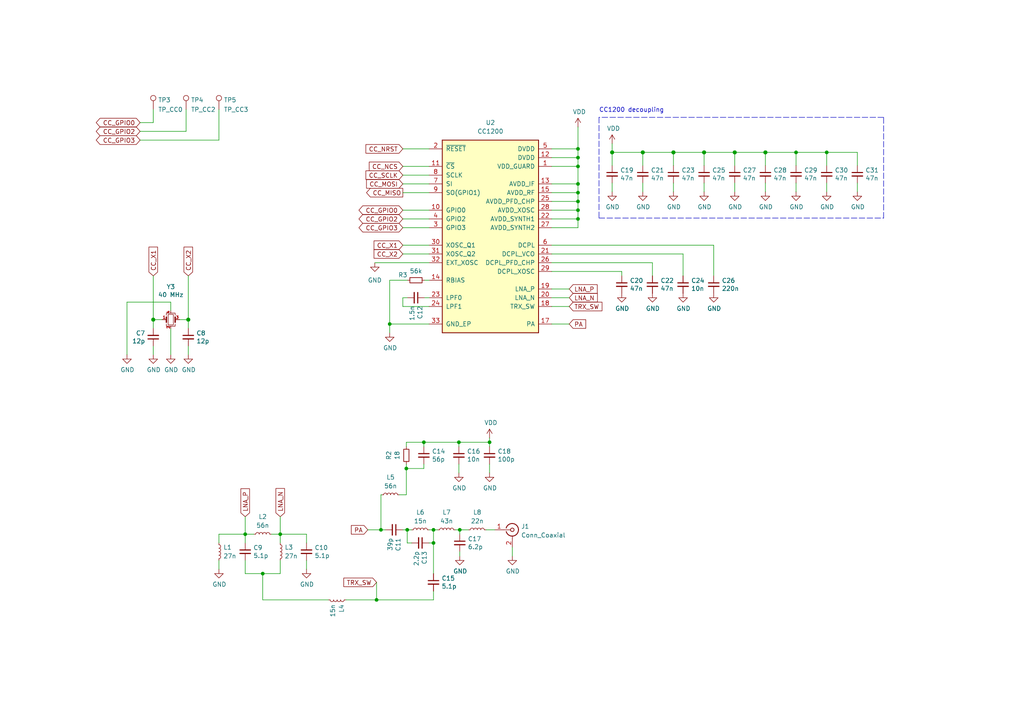
<source format=kicad_sch>
(kicad_sch (version 20211123) (generator eeschema)

  (uuid 90816728-1639-4bb4-8641-602ca5dc819e)

  (paper "A4")

  (title_block
    (title "Mini17 - QRP M17 handheld")
    (date "2022-07-25")
    (rev "A")
    (company "M17 Project")
  )

  (lib_symbols
    (symbol "Connector:Conn_Coaxial" (pin_names (offset 1.016) hide) (in_bom yes) (on_board yes)
      (property "Reference" "J" (id 0) (at 0.254 3.048 0)
        (effects (font (size 1.27 1.27)))
      )
      (property "Value" "Conn_Coaxial" (id 1) (at 2.921 0 90)
        (effects (font (size 1.27 1.27)))
      )
      (property "Footprint" "" (id 2) (at 0 0 0)
        (effects (font (size 1.27 1.27)) hide)
      )
      (property "Datasheet" " ~" (id 3) (at 0 0 0)
        (effects (font (size 1.27 1.27)) hide)
      )
      (property "ki_keywords" "BNC SMA SMB SMC LEMO coaxial connector CINCH RCA" (id 4) (at 0 0 0)
        (effects (font (size 1.27 1.27)) hide)
      )
      (property "ki_description" "coaxial connector (BNC, SMA, SMB, SMC, Cinch/RCA, LEMO, ...)" (id 5) (at 0 0 0)
        (effects (font (size 1.27 1.27)) hide)
      )
      (property "ki_fp_filters" "*BNC* *SMA* *SMB* *SMC* *Cinch* *LEMO*" (id 6) (at 0 0 0)
        (effects (font (size 1.27 1.27)) hide)
      )
      (symbol "Conn_Coaxial_0_1"
        (arc (start -1.778 -0.508) (mid 0.2311 -1.8066) (end 1.778 0)
          (stroke (width 0.254) (type default) (color 0 0 0 0))
          (fill (type none))
        )
        (polyline
          (pts
            (xy -2.54 0)
            (xy -0.508 0)
          )
          (stroke (width 0) (type default) (color 0 0 0 0))
          (fill (type none))
        )
        (polyline
          (pts
            (xy 0 -2.54)
            (xy 0 -1.778)
          )
          (stroke (width 0) (type default) (color 0 0 0 0))
          (fill (type none))
        )
        (circle (center 0 0) (radius 0.508)
          (stroke (width 0.2032) (type default) (color 0 0 0 0))
          (fill (type none))
        )
        (arc (start 1.778 0) (mid 0.2099 1.8101) (end -1.778 0.508)
          (stroke (width 0.254) (type default) (color 0 0 0 0))
          (fill (type none))
        )
      )
      (symbol "Conn_Coaxial_1_1"
        (pin passive line (at -5.08 0 0) (length 2.54)
          (name "In" (effects (font (size 1.27 1.27))))
          (number "1" (effects (font (size 1.27 1.27))))
        )
        (pin passive line (at 0 -5.08 90) (length 2.54)
          (name "Ext" (effects (font (size 1.27 1.27))))
          (number "2" (effects (font (size 1.27 1.27))))
        )
      )
    )
    (symbol "Connector:TestPoint" (pin_numbers hide) (pin_names (offset 0.762) hide) (in_bom yes) (on_board yes)
      (property "Reference" "TP" (id 0) (at 0 6.858 0)
        (effects (font (size 1.27 1.27)))
      )
      (property "Value" "TestPoint" (id 1) (at 0 5.08 0)
        (effects (font (size 1.27 1.27)))
      )
      (property "Footprint" "" (id 2) (at 5.08 0 0)
        (effects (font (size 1.27 1.27)) hide)
      )
      (property "Datasheet" "~" (id 3) (at 5.08 0 0)
        (effects (font (size 1.27 1.27)) hide)
      )
      (property "ki_keywords" "test point tp" (id 4) (at 0 0 0)
        (effects (font (size 1.27 1.27)) hide)
      )
      (property "ki_description" "test point" (id 5) (at 0 0 0)
        (effects (font (size 1.27 1.27)) hide)
      )
      (property "ki_fp_filters" "Pin* Test*" (id 6) (at 0 0 0)
        (effects (font (size 1.27 1.27)) hide)
      )
      (symbol "TestPoint_0_1"
        (circle (center 0 3.302) (radius 0.762)
          (stroke (width 0) (type default) (color 0 0 0 0))
          (fill (type none))
        )
      )
      (symbol "TestPoint_1_1"
        (pin passive line (at 0 0 90) (length 2.54)
          (name "1" (effects (font (size 1.27 1.27))))
          (number "1" (effects (font (size 1.27 1.27))))
        )
      )
    )
    (symbol "Device:Crystal_GND24_Small" (pin_names (offset 1.016) hide) (in_bom yes) (on_board yes)
      (property "Reference" "Y" (id 0) (at 1.27 4.445 0)
        (effects (font (size 1.27 1.27)) (justify left))
      )
      (property "Value" "Crystal_GND24_Small" (id 1) (at 1.27 2.54 0)
        (effects (font (size 1.27 1.27)) (justify left))
      )
      (property "Footprint" "" (id 2) (at 0 0 0)
        (effects (font (size 1.27 1.27)) hide)
      )
      (property "Datasheet" "~" (id 3) (at 0 0 0)
        (effects (font (size 1.27 1.27)) hide)
      )
      (property "ki_keywords" "quartz ceramic resonator oscillator" (id 4) (at 0 0 0)
        (effects (font (size 1.27 1.27)) hide)
      )
      (property "ki_description" "Four pin crystal, GND on pins 2 and 4, small symbol" (id 5) (at 0 0 0)
        (effects (font (size 1.27 1.27)) hide)
      )
      (property "ki_fp_filters" "Crystal*" (id 6) (at 0 0 0)
        (effects (font (size 1.27 1.27)) hide)
      )
      (symbol "Crystal_GND24_Small_0_1"
        (rectangle (start -0.762 -1.524) (end 0.762 1.524)
          (stroke (width 0) (type default) (color 0 0 0 0))
          (fill (type none))
        )
        (polyline
          (pts
            (xy -1.27 -0.762)
            (xy -1.27 0.762)
          )
          (stroke (width 0.381) (type default) (color 0 0 0 0))
          (fill (type none))
        )
        (polyline
          (pts
            (xy 1.27 -0.762)
            (xy 1.27 0.762)
          )
          (stroke (width 0.381) (type default) (color 0 0 0 0))
          (fill (type none))
        )
        (polyline
          (pts
            (xy -1.27 -1.27)
            (xy -1.27 -1.905)
            (xy 1.27 -1.905)
            (xy 1.27 -1.27)
          )
          (stroke (width 0) (type default) (color 0 0 0 0))
          (fill (type none))
        )
        (polyline
          (pts
            (xy -1.27 1.27)
            (xy -1.27 1.905)
            (xy 1.27 1.905)
            (xy 1.27 1.27)
          )
          (stroke (width 0) (type default) (color 0 0 0 0))
          (fill (type none))
        )
      )
      (symbol "Crystal_GND24_Small_1_1"
        (pin passive line (at -2.54 0 0) (length 1.27)
          (name "1" (effects (font (size 1.27 1.27))))
          (number "1" (effects (font (size 0.762 0.762))))
        )
        (pin passive line (at 0 -2.54 90) (length 0.635)
          (name "2" (effects (font (size 1.27 1.27))))
          (number "2" (effects (font (size 0.762 0.762))))
        )
        (pin passive line (at 2.54 0 180) (length 1.27)
          (name "3" (effects (font (size 1.27 1.27))))
          (number "3" (effects (font (size 0.762 0.762))))
        )
        (pin passive line (at 0 2.54 270) (length 0.635)
          (name "4" (effects (font (size 1.27 1.27))))
          (number "4" (effects (font (size 0.762 0.762))))
        )
      )
    )
    (symbol "Device:L_Small" (pin_numbers hide) (pin_names (offset 0.254) hide) (in_bom yes) (on_board yes)
      (property "Reference" "L" (id 0) (at 0.762 1.016 0)
        (effects (font (size 1.27 1.27)) (justify left))
      )
      (property "Value" "L_Small" (id 1) (at 0.762 -1.016 0)
        (effects (font (size 1.27 1.27)) (justify left))
      )
      (property "Footprint" "" (id 2) (at 0 0 0)
        (effects (font (size 1.27 1.27)) hide)
      )
      (property "Datasheet" "~" (id 3) (at 0 0 0)
        (effects (font (size 1.27 1.27)) hide)
      )
      (property "ki_keywords" "inductor choke coil reactor magnetic" (id 4) (at 0 0 0)
        (effects (font (size 1.27 1.27)) hide)
      )
      (property "ki_description" "Inductor, small symbol" (id 5) (at 0 0 0)
        (effects (font (size 1.27 1.27)) hide)
      )
      (property "ki_fp_filters" "Choke_* *Coil* Inductor_* L_*" (id 6) (at 0 0 0)
        (effects (font (size 1.27 1.27)) hide)
      )
      (symbol "L_Small_0_1"
        (arc (start 0 -2.032) (mid 0.508 -1.524) (end 0 -1.016)
          (stroke (width 0) (type default) (color 0 0 0 0))
          (fill (type none))
        )
        (arc (start 0 -1.016) (mid 0.508 -0.508) (end 0 0)
          (stroke (width 0) (type default) (color 0 0 0 0))
          (fill (type none))
        )
        (arc (start 0 0) (mid 0.508 0.508) (end 0 1.016)
          (stroke (width 0) (type default) (color 0 0 0 0))
          (fill (type none))
        )
        (arc (start 0 1.016) (mid 0.508 1.524) (end 0 2.032)
          (stroke (width 0) (type default) (color 0 0 0 0))
          (fill (type none))
        )
      )
      (symbol "L_Small_1_1"
        (pin passive line (at 0 2.54 270) (length 0.508)
          (name "~" (effects (font (size 1.27 1.27))))
          (number "1" (effects (font (size 1.27 1.27))))
        )
        (pin passive line (at 0 -2.54 90) (length 0.508)
          (name "~" (effects (font (size 1.27 1.27))))
          (number "2" (effects (font (size 1.27 1.27))))
        )
      )
    )
    (symbol "RF:CC1200" (pin_names (offset 1.016)) (in_bom yes) (on_board yes)
      (property "Reference" "U" (id 0) (at -12.7 29.21 0)
        (effects (font (size 1.27 1.27)))
      )
      (property "Value" "CC1200" (id 1) (at -10.16 -29.21 0)
        (effects (font (size 1.27 1.27)))
      )
      (property "Footprint" "Package_DFN_QFN:QFN-32-1EP_5x5mm_P0.5mm_EP3.45x3.45mm" (id 2) (at 15.24 29.21 0)
        (effects (font (size 1.27 1.27)) hide)
      )
      (property "Datasheet" "http://www.ti.com/lit/ds/symlink/cc1200.pdf" (id 3) (at -12.7 29.21 0)
        (effects (font (size 1.27 1.27)) hide)
      )
      (property "ki_keywords" "RF Tx Rx" (id 4) (at 0 0 0)
        (effects (font (size 1.27 1.27)) hide)
      )
      (property "ki_description" "Low-Power, High-Performance RF Transceiver, QFN-32" (id 5) (at 0 0 0)
        (effects (font (size 1.27 1.27)) hide)
      )
      (property "ki_fp_filters" "QFN*5x5mm*P0.5mm*" (id 6) (at 0 0 0)
        (effects (font (size 1.27 1.27)) hide)
      )
      (symbol "CC1200_0_1"
        (rectangle (start -13.97 27.94) (end 13.97 -27.94)
          (stroke (width 0.254) (type default) (color 0 0 0 0))
          (fill (type background))
        )
      )
      (symbol "CC1200_1_1"
        (pin power_in line (at 17.78 20.32 180) (length 3.81)
          (name "VDD_GUARD" (effects (font (size 1.27 1.27))))
          (number "1" (effects (font (size 1.27 1.27))))
        )
        (pin bidirectional line (at -17.78 7.62 0) (length 3.81)
          (name "GPIO0" (effects (font (size 1.27 1.27))))
          (number "10" (effects (font (size 1.27 1.27))))
        )
        (pin input line (at -17.78 20.32 0) (length 3.81)
          (name "~{CS}" (effects (font (size 1.27 1.27))))
          (number "11" (effects (font (size 1.27 1.27))))
        )
        (pin power_in line (at 17.78 22.86 180) (length 3.81)
          (name "DVDD" (effects (font (size 1.27 1.27))))
          (number "12" (effects (font (size 1.27 1.27))))
        )
        (pin power_in line (at 17.78 15.24 180) (length 3.81)
          (name "AVDD_IF" (effects (font (size 1.27 1.27))))
          (number "13" (effects (font (size 1.27 1.27))))
        )
        (pin passive line (at -17.78 -12.7 0) (length 3.81)
          (name "RBIAS" (effects (font (size 1.27 1.27))))
          (number "14" (effects (font (size 1.27 1.27))))
        )
        (pin power_in line (at 17.78 12.7 180) (length 3.81)
          (name "AVDD_RF" (effects (font (size 1.27 1.27))))
          (number "15" (effects (font (size 1.27 1.27))))
        )
        (pin passive line (at 17.78 -25.4 180) (length 3.81)
          (name "PA" (effects (font (size 1.27 1.27))))
          (number "17" (effects (font (size 1.27 1.27))))
        )
        (pin passive line (at 17.78 -20.32 180) (length 3.81)
          (name "TRX_SW" (effects (font (size 1.27 1.27))))
          (number "18" (effects (font (size 1.27 1.27))))
        )
        (pin passive line (at 17.78 -15.24 180) (length 3.81)
          (name "LNA_P" (effects (font (size 1.27 1.27))))
          (number "19" (effects (font (size 1.27 1.27))))
        )
        (pin input line (at -17.78 25.4 0) (length 3.81)
          (name "~{RESET}" (effects (font (size 1.27 1.27))))
          (number "2" (effects (font (size 1.27 1.27))))
        )
        (pin passive line (at 17.78 -17.78 180) (length 3.81)
          (name "LNA_N" (effects (font (size 1.27 1.27))))
          (number "20" (effects (font (size 1.27 1.27))))
        )
        (pin power_out line (at 17.78 -5.08 180) (length 3.81)
          (name "DCPL_VCO" (effects (font (size 1.27 1.27))))
          (number "21" (effects (font (size 1.27 1.27))))
        )
        (pin power_in line (at 17.78 5.08 180) (length 3.81)
          (name "AVDD_SYNTH1" (effects (font (size 1.27 1.27))))
          (number "22" (effects (font (size 1.27 1.27))))
        )
        (pin passive line (at -17.78 -17.78 0) (length 3.81)
          (name "LPF0" (effects (font (size 1.27 1.27))))
          (number "23" (effects (font (size 1.27 1.27))))
        )
        (pin passive line (at -17.78 -20.32 0) (length 3.81)
          (name "LPF1" (effects (font (size 1.27 1.27))))
          (number "24" (effects (font (size 1.27 1.27))))
        )
        (pin power_in line (at 17.78 10.16 180) (length 3.81)
          (name "AVDD_PFD_CHP" (effects (font (size 1.27 1.27))))
          (number "25" (effects (font (size 1.27 1.27))))
        )
        (pin power_out line (at 17.78 -7.62 180) (length 3.81)
          (name "DCPL_PFD_CHP" (effects (font (size 1.27 1.27))))
          (number "26" (effects (font (size 1.27 1.27))))
        )
        (pin power_in line (at 17.78 2.54 180) (length 3.81)
          (name "AVDD_SYNTH2" (effects (font (size 1.27 1.27))))
          (number "27" (effects (font (size 1.27 1.27))))
        )
        (pin power_in line (at 17.78 7.62 180) (length 3.81)
          (name "AVDD_XOSC" (effects (font (size 1.27 1.27))))
          (number "28" (effects (font (size 1.27 1.27))))
        )
        (pin power_out line (at 17.78 -10.16 180) (length 3.81)
          (name "DCPL_XOSC" (effects (font (size 1.27 1.27))))
          (number "29" (effects (font (size 1.27 1.27))))
        )
        (pin bidirectional line (at -17.78 2.54 0) (length 3.81)
          (name "GPIO3" (effects (font (size 1.27 1.27))))
          (number "3" (effects (font (size 1.27 1.27))))
        )
        (pin passive line (at -17.78 -2.54 0) (length 3.81)
          (name "XOSC_Q1" (effects (font (size 1.27 1.27))))
          (number "30" (effects (font (size 1.27 1.27))))
        )
        (pin passive line (at -17.78 -5.08 0) (length 3.81)
          (name "XOSC_Q2" (effects (font (size 1.27 1.27))))
          (number "31" (effects (font (size 1.27 1.27))))
        )
        (pin input line (at -17.78 -7.62 0) (length 3.81)
          (name "EXT_XOSC" (effects (font (size 1.27 1.27))))
          (number "32" (effects (font (size 1.27 1.27))))
        )
        (pin power_in line (at -17.78 -25.4 0) (length 3.81)
          (name "GND_EP" (effects (font (size 1.27 1.27))))
          (number "33" (effects (font (size 1.27 1.27))))
        )
        (pin bidirectional line (at -17.78 5.08 0) (length 3.81)
          (name "GPIO2" (effects (font (size 1.27 1.27))))
          (number "4" (effects (font (size 1.27 1.27))))
        )
        (pin power_in line (at 17.78 25.4 180) (length 3.81)
          (name "DVDD" (effects (font (size 1.27 1.27))))
          (number "5" (effects (font (size 1.27 1.27))))
        )
        (pin power_out line (at 17.78 -2.54 180) (length 3.81)
          (name "DCPL" (effects (font (size 1.27 1.27))))
          (number "6" (effects (font (size 1.27 1.27))))
        )
        (pin input line (at -17.78 15.24 0) (length 3.81)
          (name "SI" (effects (font (size 1.27 1.27))))
          (number "7" (effects (font (size 1.27 1.27))))
        )
        (pin input line (at -17.78 17.78 0) (length 3.81)
          (name "SCLK" (effects (font (size 1.27 1.27))))
          (number "8" (effects (font (size 1.27 1.27))))
        )
        (pin bidirectional line (at -17.78 12.7 0) (length 3.81)
          (name "SO(GPIO1)" (effects (font (size 1.27 1.27))))
          (number "9" (effects (font (size 1.27 1.27))))
        )
      )
    )
    (symbol "pkl_device:pkl_C_Small" (pin_numbers hide) (pin_names (offset 0.254) hide) (in_bom yes) (on_board yes)
      (property "Reference" "C" (id 0) (at 0.254 1.778 0)
        (effects (font (size 1.27 1.27)) (justify left))
      )
      (property "Value" "pkl_C_Small" (id 1) (at 0.254 -2.032 0)
        (effects (font (size 1.27 1.27)) (justify left))
      )
      (property "Footprint" "" (id 2) (at 0 0 0)
        (effects (font (size 1.524 1.524)))
      )
      (property "Datasheet" "" (id 3) (at 0 0 0)
        (effects (font (size 1.524 1.524)))
      )
      (property "ki_description" "Unpolarized capacitor" (id 4) (at 0 0 0)
        (effects (font (size 1.27 1.27)) hide)
      )
      (property "ki_fp_filters" "C? C_????_* C_???? SMD*_c Capacitor*" (id 5) (at 0 0 0)
        (effects (font (size 1.27 1.27)) hide)
      )
      (symbol "pkl_C_Small_0_1"
        (polyline
          (pts
            (xy -1.524 -0.508)
            (xy 1.524 -0.508)
          )
          (stroke (width 0.3302) (type default) (color 0 0 0 0))
          (fill (type none))
        )
        (polyline
          (pts
            (xy -1.524 0.508)
            (xy 1.524 0.508)
          )
          (stroke (width 0.3048) (type default) (color 0 0 0 0))
          (fill (type none))
        )
      )
      (symbol "pkl_C_Small_1_1"
        (pin passive line (at 0 2.54 270) (length 1.905)
          (name "~" (effects (font (size 1.016 1.016))))
          (number "1" (effects (font (size 1.016 1.016))))
        )
        (pin passive line (at 0 -2.54 90) (length 2.032)
          (name "~" (effects (font (size 1.016 1.016))))
          (number "2" (effects (font (size 1.016 1.016))))
        )
      )
    )
    (symbol "pkl_device:pkl_R_Small" (pin_numbers hide) (pin_names (offset 0.254) hide) (in_bom yes) (on_board yes)
      (property "Reference" "R" (id 0) (at 0.762 0.508 0)
        (effects (font (size 1.27 1.27)) (justify left))
      )
      (property "Value" "pkl_R_Small" (id 1) (at 0.762 -1.016 0)
        (effects (font (size 1.27 1.27)) (justify left))
      )
      (property "Footprint" "" (id 2) (at 0 0 0)
        (effects (font (size 1.524 1.524)))
      )
      (property "Datasheet" "" (id 3) (at 0 0 0)
        (effects (font (size 1.524 1.524)))
      )
      (property "ki_description" "Resistor" (id 4) (at 0 0 0)
        (effects (font (size 1.27 1.27)) hide)
      )
      (property "ki_fp_filters" "Resistor_* R_*" (id 5) (at 0 0 0)
        (effects (font (size 1.27 1.27)) hide)
      )
      (symbol "pkl_R_Small_0_1"
        (rectangle (start -0.762 1.778) (end 0.762 -1.778)
          (stroke (width 0.2032) (type default) (color 0 0 0 0))
          (fill (type none))
        )
      )
      (symbol "pkl_R_Small_1_1"
        (pin passive line (at 0 2.54 270) (length 0.762)
          (name "~" (effects (font (size 1.016 1.016))))
          (number "1" (effects (font (size 1.016 1.016))))
        )
        (pin passive line (at 0 -2.54 90) (length 0.762)
          (name "~" (effects (font (size 1.016 1.016))))
          (number "2" (effects (font (size 1.016 1.016))))
        )
      )
    )
    (symbol "power:GND" (power) (pin_names (offset 0)) (in_bom yes) (on_board yes)
      (property "Reference" "#PWR" (id 0) (at 0 -6.35 0)
        (effects (font (size 1.27 1.27)) hide)
      )
      (property "Value" "GND" (id 1) (at 0 -3.81 0)
        (effects (font (size 1.27 1.27)))
      )
      (property "Footprint" "" (id 2) (at 0 0 0)
        (effects (font (size 1.27 1.27)) hide)
      )
      (property "Datasheet" "" (id 3) (at 0 0 0)
        (effects (font (size 1.27 1.27)) hide)
      )
      (property "ki_keywords" "power-flag" (id 4) (at 0 0 0)
        (effects (font (size 1.27 1.27)) hide)
      )
      (property "ki_description" "Power symbol creates a global label with name \"GND\" , ground" (id 5) (at 0 0 0)
        (effects (font (size 1.27 1.27)) hide)
      )
      (symbol "GND_0_1"
        (polyline
          (pts
            (xy 0 0)
            (xy 0 -1.27)
            (xy 1.27 -1.27)
            (xy 0 -2.54)
            (xy -1.27 -1.27)
            (xy 0 -1.27)
          )
          (stroke (width 0) (type default) (color 0 0 0 0))
          (fill (type none))
        )
      )
      (symbol "GND_1_1"
        (pin power_in line (at 0 0 270) (length 0) hide
          (name "GND" (effects (font (size 1.27 1.27))))
          (number "1" (effects (font (size 1.27 1.27))))
        )
      )
    )
    (symbol "power:VDD" (power) (pin_names (offset 0)) (in_bom yes) (on_board yes)
      (property "Reference" "#PWR" (id 0) (at 0 -3.81 0)
        (effects (font (size 1.27 1.27)) hide)
      )
      (property "Value" "VDD" (id 1) (at 0 3.81 0)
        (effects (font (size 1.27 1.27)))
      )
      (property "Footprint" "" (id 2) (at 0 0 0)
        (effects (font (size 1.27 1.27)) hide)
      )
      (property "Datasheet" "" (id 3) (at 0 0 0)
        (effects (font (size 1.27 1.27)) hide)
      )
      (property "ki_keywords" "power-flag" (id 4) (at 0 0 0)
        (effects (font (size 1.27 1.27)) hide)
      )
      (property "ki_description" "Power symbol creates a global label with name \"VDD\"" (id 5) (at 0 0 0)
        (effects (font (size 1.27 1.27)) hide)
      )
      (symbol "VDD_0_1"
        (polyline
          (pts
            (xy -0.762 1.27)
            (xy 0 2.54)
          )
          (stroke (width 0) (type default) (color 0 0 0 0))
          (fill (type none))
        )
        (polyline
          (pts
            (xy 0 0)
            (xy 0 2.54)
          )
          (stroke (width 0) (type default) (color 0 0 0 0))
          (fill (type none))
        )
        (polyline
          (pts
            (xy 0 2.54)
            (xy 0.762 1.27)
          )
          (stroke (width 0) (type default) (color 0 0 0 0))
          (fill (type none))
        )
      )
      (symbol "VDD_1_1"
        (pin power_in line (at 0 0 90) (length 0) hide
          (name "VDD" (effects (font (size 1.27 1.27))))
          (number "1" (effects (font (size 1.27 1.27))))
        )
      )
    )
  )

  (junction (at 167.64 53.34) (diameter 0) (color 0 0 0 0)
    (uuid 123de916-3991-4a53-91b2-e120a5216843)
  )
  (junction (at 167.64 45.72) (diameter 0) (color 0 0 0 0)
    (uuid 2286f465-bd12-4801-be0f-04f9ee19cb22)
  )
  (junction (at 122.936 128.27) (diameter 0) (color 0 0 0 0)
    (uuid 23008f72-f616-4ba9-8690-b82b5b244578)
  )
  (junction (at 167.64 63.5) (diameter 0) (color 0 0 0 0)
    (uuid 289eafed-27fe-4195-b030-310890e092c9)
  )
  (junction (at 125.73 157.48) (diameter 0) (color 0 0 0 0)
    (uuid 2a50b2ff-609f-4978-ac66-fa9023b3d869)
  )
  (junction (at 54.61 92.71) (diameter 1.016) (color 0 0 0 0)
    (uuid 3166f798-f1a1-4653-9be2-cd767c196c5a)
  )
  (junction (at 125.73 153.67) (diameter 0) (color 0 0 0 0)
    (uuid 3b8eace6-8003-4114-a20c-59613ed9d815)
  )
  (junction (at 133.096 128.27) (diameter 0) (color 0 0 0 0)
    (uuid 4274c19d-a23f-4ceb-8eb1-6b4e212739b9)
  )
  (junction (at 177.546 44.196) (diameter 1.016) (color 0 0 0 0)
    (uuid 45eed6ff-1720-4559-ae72-b8292f84b8cd)
  )
  (junction (at 117.856 135.89) (diameter 0) (color 0 0 0 0)
    (uuid 4e94d8a9-6b9a-41bf-b884-14a0ebcffb83)
  )
  (junction (at 167.64 48.26) (diameter 0) (color 0 0 0 0)
    (uuid 515a8c3d-ce92-404c-b07f-d86febacf158)
  )
  (junction (at 167.64 60.96) (diameter 0) (color 0 0 0 0)
    (uuid 523881d0-c835-40e7-b3d1-91c17038daf4)
  )
  (junction (at 230.886 44.196) (diameter 0) (color 0 0 0 0)
    (uuid 558d1041-81ad-45c5-ab96-36d853ec561a)
  )
  (junction (at 213.106 44.196) (diameter 1.016) (color 0 0 0 0)
    (uuid 559be87c-c9a4-4148-ac64-940647bcf632)
  )
  (junction (at 239.776 44.196) (diameter 0) (color 0 0 0 0)
    (uuid 69a5612c-4004-47d1-938e-7233f89897b9)
  )
  (junction (at 133.35 153.67) (diameter 0) (color 0 0 0 0)
    (uuid 6a3a459c-f4af-4a17-8385-2124a56d0d86)
  )
  (junction (at 76.2 166.37) (diameter 0) (color 0 0 0 0)
    (uuid 7811ac56-638b-47ae-bcba-d28c31331889)
  )
  (junction (at 141.986 128.27) (diameter 0) (color 0 0 0 0)
    (uuid 79f8eb4c-b12b-4358-84b5-334bcd391bf0)
  )
  (junction (at 110.49 153.67) (diameter 0) (color 0 0 0 0)
    (uuid 921caae4-fc88-43ea-ae5a-1d89dfaba798)
  )
  (junction (at 204.216 44.196) (diameter 1.016) (color 0 0 0 0)
    (uuid 9848e9c7-2f15-4855-a940-bc2a7571b2d3)
  )
  (junction (at 167.64 58.42) (diameter 0) (color 0 0 0 0)
    (uuid 99bc33fa-1ae9-4aec-8b08-5c123521b0d0)
  )
  (junction (at 71.12 154.94) (diameter 0) (color 0 0 0 0)
    (uuid a567a43a-f630-4684-9fb9-c63c560132cc)
  )
  (junction (at 109.22 173.99) (diameter 0) (color 0 0 0 0)
    (uuid b3c6d8c4-c9ba-4738-9ef8-7329df9ddbbd)
  )
  (junction (at 113.03 93.98) (diameter 0) (color 0 0 0 0)
    (uuid c4d55823-c542-432c-b6c4-d1387bf796f8)
  )
  (junction (at 186.436 44.196) (diameter 1.016) (color 0 0 0 0)
    (uuid d6f727c0-10f5-45e5-9b54-ae309efb0605)
  )
  (junction (at 81.28 154.94) (diameter 0) (color 0 0 0 0)
    (uuid dc4ca5c7-f7af-427a-88a3-860dd068d19a)
  )
  (junction (at 167.64 55.88) (diameter 0) (color 0 0 0 0)
    (uuid e0168d5f-8e1e-4104-aaab-2c1f29071d3f)
  )
  (junction (at 221.996 44.196) (diameter 1.016) (color 0 0 0 0)
    (uuid e5002225-3d78-4852-8c42-ea0aec7b1222)
  )
  (junction (at 167.64 43.18) (diameter 0) (color 0 0 0 0)
    (uuid ecb2c4a8-9487-4f5c-bf47-238d39286171)
  )
  (junction (at 118.11 153.67) (diameter 0) (color 0 0 0 0)
    (uuid ed680399-6dee-45b1-98f1-38686449c854)
  )
  (junction (at 195.326 44.196) (diameter 1.016) (color 0 0 0 0)
    (uuid f479c150-fac7-49db-8ab1-980cb12032ce)
  )
  (junction (at 44.45 92.71) (diameter 1.016) (color 0 0 0 0)
    (uuid f8ce33cb-529d-4ca2-8281-b978f26c559f)
  )

  (wire (pts (xy 230.886 53.086) (xy 230.886 55.626))
    (stroke (width 0) (type solid) (color 0 0 0 0))
    (uuid 0013af49-ac05-422e-a776-48d94c5bff27)
  )
  (wire (pts (xy 167.64 48.26) (xy 167.64 53.34))
    (stroke (width 0) (type default) (color 0 0 0 0))
    (uuid 037a7866-d193-48de-a495-afe1bb1bc86e)
  )
  (wire (pts (xy 160.02 63.5) (xy 167.64 63.5))
    (stroke (width 0) (type default) (color 0 0 0 0))
    (uuid 0416607a-1142-4f3f-bcd8-05755cf1bca2)
  )
  (polyline (pts (xy 256.286 34.036) (xy 173.736 34.036))
    (stroke (width 0) (type default) (color 0 0 0 0))
    (uuid 042061e2-4be6-4f14-a810-9875a4faa501)
  )

  (wire (pts (xy 133.096 129.54) (xy 133.096 128.27))
    (stroke (width 0) (type default) (color 0 0 0 0))
    (uuid 04ff22d3-b6e5-4d78-afc2-540abfc976e7)
  )
  (wire (pts (xy 44.45 95.25) (xy 44.45 92.71))
    (stroke (width 0) (type default) (color 0 0 0 0))
    (uuid 0599bae7-ef6c-49f1-b36e-5b63d352731f)
  )
  (wire (pts (xy 113.03 93.98) (xy 113.03 96.52))
    (stroke (width 0) (type default) (color 0 0 0 0))
    (uuid 061ba7f5-cb19-4822-b1b8-a6e92daa6296)
  )
  (wire (pts (xy 133.096 128.27) (xy 141.986 128.27))
    (stroke (width 0) (type default) (color 0 0 0 0))
    (uuid 069ff123-abe1-4235-975e-34acf238399b)
  )
  (wire (pts (xy 160.02 93.98) (xy 165.1 93.98))
    (stroke (width 0) (type default) (color 0 0 0 0))
    (uuid 078a5cbc-8f52-47bb-b3f4-091f1e9e00f4)
  )
  (wire (pts (xy 81.28 162.56) (xy 81.28 166.37))
    (stroke (width 0) (type default) (color 0 0 0 0))
    (uuid 0afe89ad-5bef-4c04-b43d-8c15b2badb2b)
  )
  (wire (pts (xy 81.28 154.94) (xy 88.9 154.94))
    (stroke (width 0) (type default) (color 0 0 0 0))
    (uuid 0b2f7d1f-4202-4c4b-8c3d-cf365e4f5212)
  )
  (wire (pts (xy 213.106 53.086) (xy 213.106 55.626))
    (stroke (width 0) (type solid) (color 0 0 0 0))
    (uuid 0d52f0c7-e766-4f6d-a5fe-91affec45d38)
  )
  (wire (pts (xy 160.02 60.96) (xy 167.64 60.96))
    (stroke (width 0) (type default) (color 0 0 0 0))
    (uuid 13121601-6ac3-4b96-8428-e90843159d80)
  )
  (wire (pts (xy 141.986 127) (xy 141.986 128.27))
    (stroke (width 0) (type default) (color 0 0 0 0))
    (uuid 1316ebb0-ca15-4225-8aa1-a64f5e504246)
  )
  (wire (pts (xy 160.02 86.36) (xy 165.1 86.36))
    (stroke (width 0) (type default) (color 0 0 0 0))
    (uuid 148c31e5-507a-4582-828e-b0875395ae9e)
  )
  (wire (pts (xy 133.096 134.62) (xy 133.096 137.16))
    (stroke (width 0) (type default) (color 0 0 0 0))
    (uuid 16398835-bab1-4a73-87b0-0ef915b13e5a)
  )
  (wire (pts (xy 110.49 143.51) (xy 110.744 143.51))
    (stroke (width 0) (type default) (color 0 0 0 0))
    (uuid 185686a9-0164-47bc-9c71-cd39d111dfd4)
  )
  (wire (pts (xy 109.22 168.91) (xy 109.22 173.99))
    (stroke (width 0) (type default) (color 0 0 0 0))
    (uuid 225ac321-a228-42c9-9ff4-ca3391f21756)
  )
  (wire (pts (xy 221.996 44.196) (xy 221.996 48.006))
    (stroke (width 0) (type solid) (color 0 0 0 0))
    (uuid 23b33267-8e4d-4e38-a8f4-4960422a6c0e)
  )
  (wire (pts (xy 71.12 162.56) (xy 71.12 166.37))
    (stroke (width 0) (type default) (color 0 0 0 0))
    (uuid 248fb349-d5ea-42a4-9e9f-de84a35af1b1)
  )
  (wire (pts (xy 204.216 44.196) (xy 213.106 44.196))
    (stroke (width 0) (type solid) (color 0 0 0 0))
    (uuid 26e8880e-007e-432d-893a-e3e06c93db64)
  )
  (wire (pts (xy 116.84 43.18) (xy 124.46 43.18))
    (stroke (width 0) (type default) (color 0 0 0 0))
    (uuid 2990fb0a-00ba-4b3f-a6a4-fb3b902a0fdf)
  )
  (wire (pts (xy 160.02 58.42) (xy 167.64 58.42))
    (stroke (width 0) (type default) (color 0 0 0 0))
    (uuid 2a7cee3a-f1bb-4809-b65c-205bc885db0c)
  )
  (wire (pts (xy 117.856 129.54) (xy 117.856 128.27))
    (stroke (width 0) (type default) (color 0 0 0 0))
    (uuid 2b7040e6-8640-4c19-a245-7b739ce53f50)
  )
  (wire (pts (xy 125.73 157.48) (xy 125.73 166.37))
    (stroke (width 0) (type default) (color 0 0 0 0))
    (uuid 2c82bd26-fd2a-4586-8104-db4781441e3e)
  )
  (wire (pts (xy 167.64 55.88) (xy 167.64 58.42))
    (stroke (width 0) (type default) (color 0 0 0 0))
    (uuid 2da62584-984e-465a-8b12-39aa4dccd975)
  )
  (wire (pts (xy 40.64 38.1) (xy 53.975 38.1))
    (stroke (width 0) (type default) (color 0 0 0 0))
    (uuid 2f36232e-d5ee-4ce8-ad55-ef5b112cd935)
  )
  (wire (pts (xy 140.97 153.67) (xy 143.51 153.67))
    (stroke (width 0) (type default) (color 0 0 0 0))
    (uuid 32024c2c-e7a0-436e-8ca3-64a76992b9d9)
  )
  (wire (pts (xy 213.106 44.196) (xy 221.996 44.196))
    (stroke (width 0) (type solid) (color 0 0 0 0))
    (uuid 33d9d000-d8c9-460a-a6b2-9a7bfaee26c8)
  )
  (wire (pts (xy 148.59 158.75) (xy 148.59 161.29))
    (stroke (width 0) (type default) (color 0 0 0 0))
    (uuid 340aef6a-f94b-4fd6-a74f-c69c85b81618)
  )
  (wire (pts (xy 116.84 50.8) (xy 124.46 50.8))
    (stroke (width 0) (type default) (color 0 0 0 0))
    (uuid 3565466f-53a3-4c4e-8207-6dd7098a1618)
  )
  (wire (pts (xy 160.02 43.18) (xy 167.64 43.18))
    (stroke (width 0) (type default) (color 0 0 0 0))
    (uuid 37223b76-ded8-46a3-89f2-40bbbe9942c9)
  )
  (wire (pts (xy 49.53 90.17) (xy 49.53 87.63))
    (stroke (width 0) (type solid) (color 0 0 0 0))
    (uuid 37813f81-12d1-47b2-b63c-9f31cc47b9a2)
  )
  (wire (pts (xy 116.84 153.67) (xy 118.11 153.67))
    (stroke (width 0) (type default) (color 0 0 0 0))
    (uuid 3b53ff3d-3e54-4ac8-bec0-22a81ac9cc18)
  )
  (wire (pts (xy 95.25 173.99) (xy 76.2 173.99))
    (stroke (width 0) (type default) (color 0 0 0 0))
    (uuid 3dfa93bf-a974-4380-8f2e-8782688a858b)
  )
  (wire (pts (xy 53.975 38.1) (xy 53.975 31.75))
    (stroke (width 0) (type default) (color 0 0 0 0))
    (uuid 41b05b9d-cfb0-46c6-b472-7ecfc51f83e4)
  )
  (wire (pts (xy 100.33 173.99) (xy 109.22 173.99))
    (stroke (width 0) (type default) (color 0 0 0 0))
    (uuid 42d002f4-a7e1-40a3-b1ef-445bea1181dc)
  )
  (wire (pts (xy 189.23 80.01) (xy 189.23 76.2))
    (stroke (width 0) (type default) (color 0 0 0 0))
    (uuid 455706ed-f1f3-45e6-9a2a-41e23e4ec753)
  )
  (wire (pts (xy 71.12 166.37) (xy 76.2 166.37))
    (stroke (width 0) (type default) (color 0 0 0 0))
    (uuid 46a7a4db-0a26-46f1-b44a-317f203193be)
  )
  (wire (pts (xy 113.03 81.28) (xy 113.03 93.98))
    (stroke (width 0) (type default) (color 0 0 0 0))
    (uuid 46d22221-ab2e-49a0-a99c-faae414be72d)
  )
  (wire (pts (xy 63.5 40.64) (xy 63.5 31.75))
    (stroke (width 0) (type default) (color 0 0 0 0))
    (uuid 47c98f9c-2712-4daf-8bb8-ab6fd23fc3ed)
  )
  (wire (pts (xy 124.46 93.98) (xy 113.03 93.98))
    (stroke (width 0) (type default) (color 0 0 0 0))
    (uuid 4d58ffcb-695f-46ce-b440-e0731777afa9)
  )
  (wire (pts (xy 213.106 44.196) (xy 213.106 48.006))
    (stroke (width 0) (type solid) (color 0 0 0 0))
    (uuid 4df283b3-1434-4863-9cfd-8a1632775e41)
  )
  (wire (pts (xy 44.45 92.71) (xy 46.99 92.71))
    (stroke (width 0) (type solid) (color 0 0 0 0))
    (uuid 4ec662ff-4e3b-482a-92e8-7a07b8bb0496)
  )
  (wire (pts (xy 78.74 154.94) (xy 81.28 154.94))
    (stroke (width 0) (type default) (color 0 0 0 0))
    (uuid 4f578925-0efc-4193-b147-290ffdf57a36)
  )
  (wire (pts (xy 106.68 153.67) (xy 110.49 153.67))
    (stroke (width 0) (type default) (color 0 0 0 0))
    (uuid 52ae71dd-5069-4d89-951a-a5699a21637e)
  )
  (wire (pts (xy 239.776 44.196) (xy 230.886 44.196))
    (stroke (width 0) (type default) (color 0 0 0 0))
    (uuid 53892836-ee7d-41ef-a07a-ab4173d829cd)
  )
  (wire (pts (xy 116.84 60.96) (xy 124.46 60.96))
    (stroke (width 0) (type default) (color 0 0 0 0))
    (uuid 53b4365f-7489-4034-b44c-5ccd157919cf)
  )
  (wire (pts (xy 88.9 157.48) (xy 88.9 154.94))
    (stroke (width 0) (type default) (color 0 0 0 0))
    (uuid 594036a2-1bdb-4628-9357-d48df9428a72)
  )
  (wire (pts (xy 186.436 44.196) (xy 186.436 48.006))
    (stroke (width 0) (type solid) (color 0 0 0 0))
    (uuid 5a8a84b2-ed57-4147-b88f-3f9dbd50a6e5)
  )
  (wire (pts (xy 116.84 53.34) (xy 124.46 53.34))
    (stroke (width 0) (type default) (color 0 0 0 0))
    (uuid 5a9ad9d4-250c-41cb-a698-7e5517c121a8)
  )
  (wire (pts (xy 110.49 143.51) (xy 110.49 153.67))
    (stroke (width 0) (type default) (color 0 0 0 0))
    (uuid 5c4bf5e8-1213-4913-8120-552737033094)
  )
  (wire (pts (xy 204.216 53.086) (xy 204.216 55.626))
    (stroke (width 0) (type solid) (color 0 0 0 0))
    (uuid 5c8bc465-d8e5-4c3a-87f9-d2a4dc6b8148)
  )
  (wire (pts (xy 160.02 45.72) (xy 167.64 45.72))
    (stroke (width 0) (type default) (color 0 0 0 0))
    (uuid 5cad2bc0-3658-4883-aa39-b956501f04ac)
  )
  (wire (pts (xy 49.53 95.25) (xy 49.53 102.87))
    (stroke (width 0) (type solid) (color 0 0 0 0))
    (uuid 5dafc9f2-67d3-412a-a89e-ae776184cd94)
  )
  (wire (pts (xy 180.34 78.74) (xy 180.34 80.01))
    (stroke (width 0) (type default) (color 0 0 0 0))
    (uuid 5fed13d0-406c-42f0-b611-f93201accfc8)
  )
  (wire (pts (xy 239.776 44.196) (xy 239.776 48.006))
    (stroke (width 0) (type default) (color 0 0 0 0))
    (uuid 60321d14-6cc3-4d1e-9d7b-0a7a8330a183)
  )
  (polyline (pts (xy 173.736 34.036) (xy 173.736 63.246))
    (stroke (width 0) (type default) (color 0 0 0 0))
    (uuid 629c39e9-b9d0-4bdb-8dd9-c710ed943e17)
  )

  (wire (pts (xy 116.84 88.9) (xy 116.84 86.36))
    (stroke (width 0) (type default) (color 0 0 0 0))
    (uuid 652d41c7-323d-4210-8951-2f24ea33071d)
  )
  (wire (pts (xy 123.19 81.28) (xy 124.46 81.28))
    (stroke (width 0) (type default) (color 0 0 0 0))
    (uuid 6620ecac-2ad0-4dcf-9c30-b5684661bbb8)
  )
  (wire (pts (xy 125.73 153.67) (xy 124.46 153.67))
    (stroke (width 0) (type default) (color 0 0 0 0))
    (uuid 67a0d4bd-2c5b-43c8-8273-cf1dddaccca5)
  )
  (wire (pts (xy 36.83 87.63) (xy 36.83 102.87))
    (stroke (width 0) (type solid) (color 0 0 0 0))
    (uuid 6882b7b9-605b-4094-b2a2-fad385206b20)
  )
  (wire (pts (xy 167.64 63.5) (xy 167.64 66.04))
    (stroke (width 0) (type default) (color 0 0 0 0))
    (uuid 68c10ffb-fc8e-4f46-a31b-ceb3571b3e70)
  )
  (wire (pts (xy 118.11 153.67) (xy 119.38 153.67))
    (stroke (width 0) (type default) (color 0 0 0 0))
    (uuid 6bbb9f76-12e0-49b3-b5e0-4940f51dab94)
  )
  (wire (pts (xy 123.19 86.36) (xy 124.46 86.36))
    (stroke (width 0) (type default) (color 0 0 0 0))
    (uuid 6bbce59a-f52b-49d8-ad65-172821983fc6)
  )
  (wire (pts (xy 160.02 73.66) (xy 198.12 73.66))
    (stroke (width 0) (type default) (color 0 0 0 0))
    (uuid 7050945f-1565-428f-a48b-ac5714895408)
  )
  (wire (pts (xy 177.546 44.196) (xy 186.436 44.196))
    (stroke (width 0) (type solid) (color 0 0 0 0))
    (uuid 70a38fac-2120-45b8-ab2d-34a233893680)
  )
  (wire (pts (xy 132.08 153.67) (xy 133.35 153.67))
    (stroke (width 0) (type default) (color 0 0 0 0))
    (uuid 7735f43c-8d57-4058-b67c-4f69eaca8a4f)
  )
  (wire (pts (xy 109.22 173.99) (xy 125.73 173.99))
    (stroke (width 0) (type default) (color 0 0 0 0))
    (uuid 79107295-c583-4efb-857e-845f5ff1b3d2)
  )
  (wire (pts (xy 221.996 44.196) (xy 230.886 44.196))
    (stroke (width 0) (type solid) (color 0 0 0 0))
    (uuid 7cbdef62-4a8f-4d33-8ce9-abff7d3c4c9a)
  )
  (wire (pts (xy 198.12 73.66) (xy 198.12 80.01))
    (stroke (width 0) (type default) (color 0 0 0 0))
    (uuid 7ce749f1-3bc9-4753-8d6a-59e06dbcd8cb)
  )
  (wire (pts (xy 160.02 66.04) (xy 167.64 66.04))
    (stroke (width 0) (type default) (color 0 0 0 0))
    (uuid 7d1d4443-da72-4004-8fde-1d1f605b9219)
  )
  (wire (pts (xy 63.5 154.94) (xy 71.12 154.94))
    (stroke (width 0) (type default) (color 0 0 0 0))
    (uuid 7e9c04e6-b2bf-4bfc-a4e1-7fadd58135c2)
  )
  (wire (pts (xy 160.02 76.2) (xy 189.23 76.2))
    (stroke (width 0) (type default) (color 0 0 0 0))
    (uuid 81438629-39c4-4efa-820c-2e29fbd0b4b3)
  )
  (wire (pts (xy 141.986 128.27) (xy 141.986 129.54))
    (stroke (width 0) (type default) (color 0 0 0 0))
    (uuid 82b7333b-2683-4d1e-931e-0c88e316ac5c)
  )
  (wire (pts (xy 230.886 44.196) (xy 230.886 48.006))
    (stroke (width 0) (type solid) (color 0 0 0 0))
    (uuid 879afe5e-a635-48df-8fd5-d7594253e917)
  )
  (wire (pts (xy 239.776 53.086) (xy 239.776 55.626))
    (stroke (width 0) (type default) (color 0 0 0 0))
    (uuid 91259f32-2079-4f26-9aa6-dd84c4bba845)
  )
  (wire (pts (xy 167.64 45.72) (xy 167.64 48.26))
    (stroke (width 0) (type default) (color 0 0 0 0))
    (uuid 914bbf4e-b9b6-48c0-a574-b9367913e545)
  )
  (wire (pts (xy 108.712 76.2) (xy 124.46 76.2))
    (stroke (width 0) (type default) (color 0 0 0 0))
    (uuid 9377c1ee-9727-4aa5-9118-ba29528bbab1)
  )
  (polyline (pts (xy 256.286 63.246) (xy 256.286 34.036))
    (stroke (width 0) (type default) (color 0 0 0 0))
    (uuid 955f1e96-c6a7-4e7e-91ac-f064f55b90d3)
  )

  (wire (pts (xy 248.666 44.196) (xy 239.776 44.196))
    (stroke (width 0) (type default) (color 0 0 0 0))
    (uuid 966eb2fd-6e87-47ba-b583-ccb8d7891c67)
  )
  (wire (pts (xy 177.546 41.656) (xy 177.546 44.196))
    (stroke (width 0) (type solid) (color 0 0 0 0))
    (uuid 9c783679-1e7f-45ae-84c0-36bd743d0995)
  )
  (wire (pts (xy 124.46 88.9) (xy 116.84 88.9))
    (stroke (width 0) (type default) (color 0 0 0 0))
    (uuid 9e7aed76-f3d3-4869-a5f7-33bf1064c5be)
  )
  (wire (pts (xy 177.546 48.006) (xy 177.546 44.196))
    (stroke (width 0) (type solid) (color 0 0 0 0))
    (uuid 9f02bb7a-d0e5-48ba-9406-3f3cf44f40dd)
  )
  (wire (pts (xy 248.666 53.086) (xy 248.666 55.626))
    (stroke (width 0) (type default) (color 0 0 0 0))
    (uuid a01e6f7c-5fd0-40d4-9877-c80c45d093e0)
  )
  (wire (pts (xy 44.45 80.01) (xy 44.45 92.71))
    (stroke (width 0) (type solid) (color 0 0 0 0))
    (uuid a02dbea0-6633-4a49-a76e-068384dfcc4e)
  )
  (wire (pts (xy 76.2 173.99) (xy 76.2 166.37))
    (stroke (width 0) (type default) (color 0 0 0 0))
    (uuid a0d27ea6-69e7-434c-876c-409fcf629227)
  )
  (wire (pts (xy 122.936 134.62) (xy 122.936 135.89))
    (stroke (width 0) (type default) (color 0 0 0 0))
    (uuid a13ea1f0-9de1-4a7d-a642-7c7a4bb5c172)
  )
  (wire (pts (xy 124.46 157.48) (xy 125.73 157.48))
    (stroke (width 0) (type default) (color 0 0 0 0))
    (uuid a4a02a85-4f93-462e-b5eb-22176e468176)
  )
  (wire (pts (xy 133.35 160.02) (xy 133.35 161.29))
    (stroke (width 0) (type default) (color 0 0 0 0))
    (uuid a6500300-1a3a-4162-9883-b7874c5ac199)
  )
  (wire (pts (xy 122.936 128.27) (xy 122.936 129.54))
    (stroke (width 0) (type default) (color 0 0 0 0))
    (uuid a842ab67-03f7-4818-8318-e759644702c1)
  )
  (wire (pts (xy 54.61 80.01) (xy 54.61 92.71))
    (stroke (width 0) (type solid) (color 0 0 0 0))
    (uuid a917012d-2eac-46f9-94fc-035b537e1463)
  )
  (wire (pts (xy 122.936 128.27) (xy 133.096 128.27))
    (stroke (width 0) (type default) (color 0 0 0 0))
    (uuid aac8b85c-4858-4b3b-bb2e-5d782c431524)
  )
  (wire (pts (xy 117.856 135.89) (xy 122.936 135.89))
    (stroke (width 0) (type default) (color 0 0 0 0))
    (uuid abc57706-5406-4b66-a62b-126befc91472)
  )
  (wire (pts (xy 118.11 157.48) (xy 118.11 153.67))
    (stroke (width 0) (type default) (color 0 0 0 0))
    (uuid abdb2534-0da4-4f26-8c5f-0d767fe1cd5d)
  )
  (wire (pts (xy 110.49 153.67) (xy 111.76 153.67))
    (stroke (width 0) (type default) (color 0 0 0 0))
    (uuid ac6844d0-883b-4d63-86f6-904bfbbb27dc)
  )
  (wire (pts (xy 167.64 36.83) (xy 167.64 43.18))
    (stroke (width 0) (type default) (color 0 0 0 0))
    (uuid ad31c18a-63a1-4502-9ad7-5f83291ed2a8)
  )
  (wire (pts (xy 116.84 55.88) (xy 124.46 55.88))
    (stroke (width 0) (type default) (color 0 0 0 0))
    (uuid af1978bf-4032-4209-96e2-161f86397da1)
  )
  (wire (pts (xy 88.9 162.56) (xy 88.9 165.1))
    (stroke (width 0) (type default) (color 0 0 0 0))
    (uuid b0fc2aaf-5f26-42b4-b3bc-2b7b1185c040)
  )
  (wire (pts (xy 81.28 154.94) (xy 81.28 157.48))
    (stroke (width 0) (type default) (color 0 0 0 0))
    (uuid b1ec7e1f-6dbc-4e65-b740-a7596dabe9c8)
  )
  (wire (pts (xy 160.02 83.82) (xy 165.1 83.82))
    (stroke (width 0) (type default) (color 0 0 0 0))
    (uuid b238b943-a6c3-431f-8ac8-c374683191ea)
  )
  (wire (pts (xy 54.61 100.33) (xy 54.61 102.87))
    (stroke (width 0) (type solid) (color 0 0 0 0))
    (uuid b2c20dcd-3177-4d6d-b055-5ea63a79d553)
  )
  (wire (pts (xy 207.01 71.12) (xy 207.01 80.01))
    (stroke (width 0) (type default) (color 0 0 0 0))
    (uuid b430f7ed-cd16-455b-82d6-714acf5b0ba7)
  )
  (wire (pts (xy 195.326 44.196) (xy 195.326 48.006))
    (stroke (width 0) (type solid) (color 0 0 0 0))
    (uuid b50a4eb8-4a25-43fa-a033-cffb898a3175)
  )
  (wire (pts (xy 71.12 149.86) (xy 71.12 154.94))
    (stroke (width 0) (type default) (color 0 0 0 0))
    (uuid b843715a-48d6-4265-8d46-2d754452ec43)
  )
  (wire (pts (xy 160.02 55.88) (xy 167.64 55.88))
    (stroke (width 0) (type default) (color 0 0 0 0))
    (uuid bba2d73d-f8e1-4315-a0e6-e44e8afd8582)
  )
  (wire (pts (xy 71.12 154.94) (xy 73.66 154.94))
    (stroke (width 0) (type default) (color 0 0 0 0))
    (uuid bcb06bd2-932c-4605-a4e0-923f1a68efd6)
  )
  (wire (pts (xy 248.666 48.006) (xy 248.666 44.196))
    (stroke (width 0) (type default) (color 0 0 0 0))
    (uuid c2b0015f-f0f4-4993-8ffa-b6dd051fc5f7)
  )
  (wire (pts (xy 186.436 53.086) (xy 186.436 55.626))
    (stroke (width 0) (type solid) (color 0 0 0 0))
    (uuid c498b594-dde5-4c5c-9c99-4155e6682fa3)
  )
  (wire (pts (xy 118.11 81.28) (xy 113.03 81.28))
    (stroke (width 0) (type default) (color 0 0 0 0))
    (uuid c4ab177e-2a4f-4e51-8ecc-00133dadebd1)
  )
  (wire (pts (xy 167.64 43.18) (xy 167.64 45.72))
    (stroke (width 0) (type default) (color 0 0 0 0))
    (uuid c659f966-c4ae-4aa7-b640-16b2860f96af)
  )
  (wire (pts (xy 195.326 53.086) (xy 195.326 55.626))
    (stroke (width 0) (type solid) (color 0 0 0 0))
    (uuid c7363265-d77d-44a0-94c9-8de773987033)
  )
  (wire (pts (xy 40.64 40.64) (xy 63.5 40.64))
    (stroke (width 0) (type default) (color 0 0 0 0))
    (uuid c8d741c7-2712-475b-9b58-a04fc4668e8b)
  )
  (wire (pts (xy 52.07 92.71) (xy 54.61 92.71))
    (stroke (width 0) (type solid) (color 0 0 0 0))
    (uuid cb1acc52-7540-4d29-825b-fae1973386da)
  )
  (wire (pts (xy 116.84 86.36) (xy 118.11 86.36))
    (stroke (width 0) (type default) (color 0 0 0 0))
    (uuid d0c57764-626d-497b-a66b-ff2178391be0)
  )
  (wire (pts (xy 125.73 157.48) (xy 125.73 153.67))
    (stroke (width 0) (type default) (color 0 0 0 0))
    (uuid d1d50bda-e3d6-42cd-998c-e441d94d20ac)
  )
  (wire (pts (xy 116.84 48.26) (xy 124.46 48.26))
    (stroke (width 0) (type default) (color 0 0 0 0))
    (uuid d1e45c4d-4339-4b9e-a2ac-2ae62ec8659d)
  )
  (wire (pts (xy 76.2 166.37) (xy 81.28 166.37))
    (stroke (width 0) (type default) (color 0 0 0 0))
    (uuid d1e5047e-7190-402d-9b3b-693365db892c)
  )
  (wire (pts (xy 141.986 134.62) (xy 141.986 137.16))
    (stroke (width 0) (type default) (color 0 0 0 0))
    (uuid d21dec96-f0c3-4579-9b60-aaf8d4a7fc53)
  )
  (wire (pts (xy 167.64 53.34) (xy 167.64 55.88))
    (stroke (width 0) (type default) (color 0 0 0 0))
    (uuid d409edc1-3a63-4b8c-b1ee-5f108e925565)
  )
  (wire (pts (xy 81.28 149.86) (xy 81.28 154.94))
    (stroke (width 0) (type default) (color 0 0 0 0))
    (uuid d640692d-52d6-41e1-9210-ae23995f27f9)
  )
  (wire (pts (xy 160.02 88.9) (xy 165.1 88.9))
    (stroke (width 0) (type default) (color 0 0 0 0))
    (uuid d6d041ca-bf9c-4436-847b-a7c78d28f573)
  )
  (wire (pts (xy 195.326 44.196) (xy 204.216 44.196))
    (stroke (width 0) (type solid) (color 0 0 0 0))
    (uuid d8108afb-dc6d-45fb-9c80-d78ca881d564)
  )
  (wire (pts (xy 116.84 63.5) (xy 124.46 63.5))
    (stroke (width 0) (type default) (color 0 0 0 0))
    (uuid dd1e66b3-cfe1-45d8-afe3-5d48c1f46eac)
  )
  (wire (pts (xy 63.5 157.48) (xy 63.5 154.94))
    (stroke (width 0) (type default) (color 0 0 0 0))
    (uuid dd256f23-f5d7-4896-9e95-10bc159038ff)
  )
  (wire (pts (xy 167.64 60.96) (xy 167.64 63.5))
    (stroke (width 0) (type default) (color 0 0 0 0))
    (uuid e34c7623-c06c-4a2f-a342-4c3e2a486d0b)
  )
  (wire (pts (xy 49.53 87.63) (xy 36.83 87.63))
    (stroke (width 0) (type solid) (color 0 0 0 0))
    (uuid e3816778-79e1-4e11-8897-4eb91e53f00f)
  )
  (wire (pts (xy 125.73 153.67) (xy 127 153.67))
    (stroke (width 0) (type default) (color 0 0 0 0))
    (uuid e3839a18-84c3-45b8-9bc2-13269282b277)
  )
  (wire (pts (xy 160.02 71.12) (xy 207.01 71.12))
    (stroke (width 0) (type default) (color 0 0 0 0))
    (uuid e5e23cf1-c079-4cfd-9de1-7cae261cd094)
  )
  (wire (pts (xy 116.84 73.66) (xy 124.46 73.66))
    (stroke (width 0) (type default) (color 0 0 0 0))
    (uuid e630f3f0-fdd2-4d9a-8e9c-2c52a7faec9d)
  )
  (wire (pts (xy 117.856 134.62) (xy 117.856 135.89))
    (stroke (width 0) (type default) (color 0 0 0 0))
    (uuid e70b3abc-0129-47de-90fa-5ae5fbda77a5)
  )
  (wire (pts (xy 160.02 48.26) (xy 167.64 48.26))
    (stroke (width 0) (type default) (color 0 0 0 0))
    (uuid e71567df-95ab-4fc8-af26-1628a3044e36)
  )
  (wire (pts (xy 221.996 53.086) (xy 221.996 55.626))
    (stroke (width 0) (type solid) (color 0 0 0 0))
    (uuid e7205eef-469f-4b15-9c1e-4fbd125f730b)
  )
  (wire (pts (xy 160.02 78.74) (xy 180.34 78.74))
    (stroke (width 0) (type default) (color 0 0 0 0))
    (uuid e94592e6-f589-4665-8ec2-545dc5895ad3)
  )
  (wire (pts (xy 167.64 58.42) (xy 167.64 60.96))
    (stroke (width 0) (type default) (color 0 0 0 0))
    (uuid eaf9c6b1-e5fc-4d4e-94f3-24fd576f8be7)
  )
  (wire (pts (xy 186.436 44.196) (xy 195.326 44.196))
    (stroke (width 0) (type solid) (color 0 0 0 0))
    (uuid eb6b0a29-672d-445c-a33c-de3b7133838c)
  )
  (wire (pts (xy 44.45 31.75) (xy 44.45 35.56))
    (stroke (width 0) (type default) (color 0 0 0 0))
    (uuid ecba72e9-038d-4019-bf1d-e71fddc4d539)
  )
  (wire (pts (xy 54.61 92.71) (xy 54.61 95.25))
    (stroke (width 0) (type solid) (color 0 0 0 0))
    (uuid ef671488-3764-4f1b-a462-21af9a3e9a1d)
  )
  (wire (pts (xy 40.64 35.56) (xy 44.45 35.56))
    (stroke (width 0) (type default) (color 0 0 0 0))
    (uuid f0cabc16-de2e-4673-a7c9-19093a1145ee)
  )
  (wire (pts (xy 125.73 173.99) (xy 125.73 171.45))
    (stroke (width 0) (type default) (color 0 0 0 0))
    (uuid f0ef7efc-15a9-493e-b0d1-25a5af829447)
  )
  (wire (pts (xy 116.84 66.04) (xy 124.46 66.04))
    (stroke (width 0) (type default) (color 0 0 0 0))
    (uuid f254082a-3bdd-4633-ac9c-834e55fc7aec)
  )
  (wire (pts (xy 160.02 53.34) (xy 167.64 53.34))
    (stroke (width 0) (type default) (color 0 0 0 0))
    (uuid f358d56c-5ffa-48ba-83a0-f28a85c1d6e6)
  )
  (wire (pts (xy 204.216 44.196) (xy 204.216 48.006))
    (stroke (width 0) (type solid) (color 0 0 0 0))
    (uuid f452cefc-af9f-4654-a0b5-96677c601ba4)
  )
  (wire (pts (xy 63.5 162.56) (xy 63.5 165.1))
    (stroke (width 0) (type default) (color 0 0 0 0))
    (uuid f4a47660-c79c-4fd2-a077-5ec4301f3c80)
  )
  (wire (pts (xy 119.38 157.48) (xy 118.11 157.48))
    (stroke (width 0) (type default) (color 0 0 0 0))
    (uuid f581fb08-d83b-4970-be9b-4810e12a6a07)
  )
  (wire (pts (xy 44.45 100.33) (xy 44.45 102.87))
    (stroke (width 0) (type solid) (color 0 0 0 0))
    (uuid f596d9d5-2bb7-488e-a453-688014e6ee78)
  )
  (wire (pts (xy 115.824 143.51) (xy 117.856 143.51))
    (stroke (width 0) (type default) (color 0 0 0 0))
    (uuid f67a4cf8-49ea-42b8-9eec-3bc33f6d2143)
  )
  (wire (pts (xy 117.856 128.27) (xy 122.936 128.27))
    (stroke (width 0) (type default) (color 0 0 0 0))
    (uuid f7b18804-2559-48e8-9615-4b9b3a201370)
  )
  (polyline (pts (xy 173.736 63.246) (xy 256.286 63.246))
    (stroke (width 0) (type default) (color 0 0 0 0))
    (uuid f9081323-383a-436a-9ac7-c67803ad9e31)
  )

  (wire (pts (xy 117.856 135.89) (xy 117.856 143.51))
    (stroke (width 0) (type default) (color 0 0 0 0))
    (uuid fa6f0eac-01e0-483d-a34c-6b5700af297b)
  )
  (wire (pts (xy 116.84 71.12) (xy 124.46 71.12))
    (stroke (width 0) (type default) (color 0 0 0 0))
    (uuid fa744dac-3ef6-43d3-9571-27f5836ea80a)
  )
  (wire (pts (xy 133.35 153.67) (xy 135.89 153.67))
    (stroke (width 0) (type default) (color 0 0 0 0))
    (uuid fb0a5a76-7ea9-4c00-ac41-e55a0bfa26f7)
  )
  (wire (pts (xy 177.546 53.086) (xy 177.546 55.626))
    (stroke (width 0) (type solid) (color 0 0 0 0))
    (uuid fd06f14d-6747-4ba0-8063-0fed4f2e87b8)
  )
  (wire (pts (xy 71.12 157.48) (xy 71.12 154.94))
    (stroke (width 0) (type default) (color 0 0 0 0))
    (uuid fe7704ac-8ef8-4d9e-b0cf-bd524c7543c1)
  )
  (wire (pts (xy 133.35 153.67) (xy 133.35 154.94))
    (stroke (width 0) (type default) (color 0 0 0 0))
    (uuid ff8faf34-49e4-4cee-a891-114470bc69a5)
  )

  (text "CC1200 decoupling" (at 173.736 32.766 0)
    (effects (font (size 1.27 1.27)) (justify left bottom))
    (uuid 31f900fa-110d-4725-adf6-7df5b9669b53)
  )

  (global_label "LNA_P" (shape input) (at 71.12 149.86 90) (fields_autoplaced)
    (effects (font (size 1.27 1.27)) (justify left))
    (uuid 05f459d2-e56b-4115-82ec-840b2f5ba6e9)
    (property "Intersheet References" "${INTERSHEET_REFS}" (id 0) (at 71.0406 141.7621 90)
      (effects (font (size 1.27 1.27)) (justify left) hide)
    )
  )
  (global_label "CC_X1" (shape input) (at 44.45 80.01 90) (fields_autoplaced)
    (effects (font (size 1.27 1.27)) (justify left))
    (uuid 0756304b-9f80-4662-8f66-0a8252be289e)
    (property "Intersheet References" "${INTERSHEET_REFS}" (id 0) (at 44.3706 71.6702 90)
      (effects (font (size 1.27 1.27)) (justify left) hide)
    )
  )
  (global_label "CC_GPIO3" (shape bidirectional) (at 40.64 40.64 180) (fields_autoplaced)
    (effects (font (size 1.27 1.27)) (justify right))
    (uuid 1c027a96-a52b-4117-af1a-7f892e790bd1)
    (property "Intersheet References" "${INTERSHEET_REFS}" (id 0) (at 29.0345 40.5606 0)
      (effects (font (size 1.27 1.27)) (justify right) hide)
    )
  )
  (global_label "LNA_N" (shape input) (at 81.28 149.86 90) (fields_autoplaced)
    (effects (font (size 1.27 1.27)) (justify left))
    (uuid 20829687-8308-40a6-a4c5-7729e361cacb)
    (property "Intersheet References" "${INTERSHEET_REFS}" (id 0) (at 81.2006 141.7017 90)
      (effects (font (size 1.27 1.27)) (justify left) hide)
    )
  )
  (global_label "PA" (shape input) (at 106.68 153.67 180) (fields_autoplaced)
    (effects (font (size 1.27 1.27)) (justify right))
    (uuid 227403ee-e6c0-40d4-88ac-d61119b02939)
    (property "Intersheet References" "${INTERSHEET_REFS}" (id 0) (at 101.9083 153.7494 0)
      (effects (font (size 1.27 1.27)) (justify right) hide)
    )
  )
  (global_label "CC_NCS" (shape input) (at 116.84 48.26 180) (fields_autoplaced)
    (effects (font (size 1.27 1.27)) (justify right))
    (uuid 30f243b9-f28c-4e99-ada9-db1fe3d3ec8d)
    (property "Intersheet References" "${INTERSHEET_REFS}" (id 0) (at 107.1093 48.1806 0)
      (effects (font (size 1.27 1.27)) (justify right) hide)
    )
  )
  (global_label "CC_GPIO2" (shape bidirectional) (at 116.84 63.5 180) (fields_autoplaced)
    (effects (font (size 1.27 1.27)) (justify right))
    (uuid 4a3d7ca7-132d-4223-9a4c-5e09351c4355)
    (property "Intersheet References" "${INTERSHEET_REFS}" (id 0) (at 105.2345 63.4206 0)
      (effects (font (size 1.27 1.27)) (justify right) hide)
    )
  )
  (global_label "CC_X2" (shape input) (at 54.61 80.01 90) (fields_autoplaced)
    (effects (font (size 1.27 1.27)) (justify left))
    (uuid 556a0074-3d5c-4cfe-92c2-1c775e38daec)
    (property "Intersheet References" "${INTERSHEET_REFS}" (id 0) (at 54.5306 71.6702 90)
      (effects (font (size 1.27 1.27)) (justify left) hide)
    )
  )
  (global_label "CC_GPIO3" (shape bidirectional) (at 116.84 66.04 180) (fields_autoplaced)
    (effects (font (size 1.27 1.27)) (justify right))
    (uuid 592ba683-1e8d-424d-a20f-0459518c5242)
    (property "Intersheet References" "${INTERSHEET_REFS}" (id 0) (at 105.2345 65.9606 0)
      (effects (font (size 1.27 1.27)) (justify right) hide)
    )
  )
  (global_label "CC_X1" (shape input) (at 116.84 71.12 180) (fields_autoplaced)
    (effects (font (size 1.27 1.27)) (justify right))
    (uuid 5b2fd480-a4ba-42c4-8165-57a5fd407791)
    (property "Intersheet References" "${INTERSHEET_REFS}" (id 0) (at 108.5002 71.0406 0)
      (effects (font (size 1.27 1.27)) (justify right) hide)
    )
  )
  (global_label "CC_X2" (shape input) (at 116.84 73.66 180) (fields_autoplaced)
    (effects (font (size 1.27 1.27)) (justify right))
    (uuid 607ec8a8-404f-4dd8-b6b6-f44c2780197e)
    (property "Intersheet References" "${INTERSHEET_REFS}" (id 0) (at 108.5002 73.5806 0)
      (effects (font (size 1.27 1.27)) (justify right) hide)
    )
  )
  (global_label "CC_MOSI" (shape input) (at 116.84 53.34 180) (fields_autoplaced)
    (effects (font (size 1.27 1.27)) (justify right))
    (uuid 66b83eb7-36d8-488e-b89f-ce2082ccaac2)
    (property "Intersheet References" "${INTERSHEET_REFS}" (id 0) (at 106.3231 53.4194 0)
      (effects (font (size 1.27 1.27)) (justify right) hide)
    )
  )
  (global_label "CC_GPIO2" (shape bidirectional) (at 40.64 38.1 180) (fields_autoplaced)
    (effects (font (size 1.27 1.27)) (justify right))
    (uuid 78051075-70c0-4564-801b-6da2385f66c1)
    (property "Intersheet References" "${INTERSHEET_REFS}" (id 0) (at 29.0345 38.0206 0)
      (effects (font (size 1.27 1.27)) (justify right) hide)
    )
  )
  (global_label "CC_GPIO0" (shape bidirectional) (at 116.84 60.96 180) (fields_autoplaced)
    (effects (font (size 1.27 1.27)) (justify right))
    (uuid 793f80a4-03b3-47b9-abc8-0029a967fdc6)
    (property "Intersheet References" "${INTERSHEET_REFS}" (id 0) (at 105.2345 60.8806 0)
      (effects (font (size 1.27 1.27)) (justify right) hide)
    )
  )
  (global_label "CC_NRST" (shape input) (at 116.84 43.18 180) (fields_autoplaced)
    (effects (font (size 1.27 1.27)) (justify right))
    (uuid 90bfcef6-b8af-409f-902f-506c745f8509)
    (property "Intersheet References" "${INTERSHEET_REFS}" (id 0) (at 106.1417 43.2594 0)
      (effects (font (size 1.27 1.27)) (justify right) hide)
    )
  )
  (global_label "PA" (shape input) (at 165.1 93.98 0) (fields_autoplaced)
    (effects (font (size 1.27 1.27)) (justify left))
    (uuid 90df05c1-853f-42ca-b795-198d9b5cb25f)
    (property "Intersheet References" "${INTERSHEET_REFS}" (id 0) (at 169.8717 93.9006 0)
      (effects (font (size 1.27 1.27)) (justify left) hide)
    )
  )
  (global_label "CC_GPIO0" (shape bidirectional) (at 40.64 35.56 180) (fields_autoplaced)
    (effects (font (size 1.27 1.27)) (justify right))
    (uuid 937c0d5b-e09d-434f-a48c-a41bf0a2217c)
    (property "Intersheet References" "${INTERSHEET_REFS}" (id 0) (at 29.0345 35.4806 0)
      (effects (font (size 1.27 1.27)) (justify right) hide)
    )
  )
  (global_label "CC_SCLK" (shape input) (at 116.84 50.8 180) (fields_autoplaced)
    (effects (font (size 1.27 1.27)) (justify right))
    (uuid a276050c-47c3-4a05-b582-c03e3075904c)
    (property "Intersheet References" "${INTERSHEET_REFS}" (id 0) (at 106.1417 50.8794 0)
      (effects (font (size 1.27 1.27)) (justify right) hide)
    )
  )
  (global_label "LNA_P" (shape input) (at 165.1 83.82 0) (fields_autoplaced)
    (effects (font (size 1.27 1.27)) (justify left))
    (uuid b0b154f1-5d90-4abf-b787-eeb9bf6785fa)
    (property "Intersheet References" "${INTERSHEET_REFS}" (id 0) (at 173.1979 83.7406 0)
      (effects (font (size 1.27 1.27)) (justify left) hide)
    )
  )
  (global_label "LNA_N" (shape input) (at 165.1 86.36 0) (fields_autoplaced)
    (effects (font (size 1.27 1.27)) (justify left))
    (uuid b2acc9ba-501f-496e-8117-dd06e042df80)
    (property "Intersheet References" "${INTERSHEET_REFS}" (id 0) (at 173.2583 86.2806 0)
      (effects (font (size 1.27 1.27)) (justify left) hide)
    )
  )
  (global_label "TRX_SW" (shape input) (at 109.22 168.91 180) (fields_autoplaced)
    (effects (font (size 1.27 1.27)) (justify right))
    (uuid b434d752-93eb-4920-bfec-54e450dd1881)
    (property "Intersheet References" "${INTERSHEET_REFS}" (id 0) (at 99.7312 168.8306 0)
      (effects (font (size 1.27 1.27)) (justify right) hide)
    )
  )
  (global_label "TRX_SW" (shape input) (at 165.1 88.9 0) (fields_autoplaced)
    (effects (font (size 1.27 1.27)) (justify left))
    (uuid d7b26c14-72bf-4862-90c7-8aeed0014d14)
    (property "Intersheet References" "${INTERSHEET_REFS}" (id 0) (at 174.5888 88.8206 0)
      (effects (font (size 1.27 1.27)) (justify left) hide)
    )
  )
  (global_label "CC_MISO" (shape output) (at 116.84 55.88 180) (fields_autoplaced)
    (effects (font (size 1.27 1.27)) (justify right))
    (uuid f9b95624-2490-4199-9a18-703ee9f82042)
    (property "Intersheet References" "${INTERSHEET_REFS}" (id 0) (at 106.3231 55.8006 0)
      (effects (font (size 1.27 1.27)) (justify right) hide)
    )
  )

  (symbol (lib_id "RF:CC1200") (at 142.24 68.58 0) (unit 1)
    (in_bom yes) (on_board yes) (fields_autoplaced)
    (uuid 01fc8b62-18c5-445e-b0e1-09bca27a0328)
    (property "Reference" "U2" (id 0) (at 142.24 35.56 0))
    (property "Value" "CC1200" (id 1) (at 142.24 38.1 0))
    (property "Footprint" "Package_DFN_QFN:QFN-32-1EP_5x5mm_P0.5mm_EP3.45x3.45mm" (id 2) (at 157.48 39.37 0)
      (effects (font (size 1.27 1.27)) hide)
    )
    (property "Datasheet" "http://www.ti.com/lit/ds/symlink/cc1200.pdf" (id 3) (at 129.54 39.37 0)
      (effects (font (size 1.27 1.27)) hide)
    )
    (pin "1" (uuid 8570f47c-06fe-4ca2-a43a-55199d8381e5))
    (pin "10" (uuid 5daf6ebd-7db1-443d-8c2e-81b077e573e9))
    (pin "11" (uuid e8bb9f22-7490-43ad-b6b0-6f80f83d8bc2))
    (pin "12" (uuid 07cee938-d274-480b-9ca9-6295ceda619d))
    (pin "13" (uuid 902893d5-f8aa-42ae-83c8-980a5e0e0e7a))
    (pin "14" (uuid 59354cbe-12e3-4557-8d67-63e7c6d06a2d))
    (pin "15" (uuid 6dc61d3b-0e15-44be-962d-dfa7dca4ea09))
    (pin "17" (uuid 3139c9b1-c452-4dd6-b8e1-e6623cd77fc4))
    (pin "18" (uuid 0d67e22f-65e6-4d7f-9761-56262ff287c9))
    (pin "19" (uuid 7a54b66c-200a-4833-b09f-1c7c2e9ccd74))
    (pin "2" (uuid d27eaf7e-5076-40aa-a557-427cd8d21766))
    (pin "20" (uuid 93478dde-9408-41cd-a0b3-868fc8140e55))
    (pin "21" (uuid 963ea4de-b2f1-421d-ae39-d2eddeaff42d))
    (pin "22" (uuid 337016e7-5dbf-4b48-b6c1-57af5f02d787))
    (pin "23" (uuid 7866fd3a-142a-4cd9-8662-cabb329f9a95))
    (pin "24" (uuid 033b86e4-e92c-4c2c-9838-f55172ac916e))
    (pin "25" (uuid 96b59f51-28e1-43b5-84b3-31c1bac417fa))
    (pin "26" (uuid d7e5c984-8fb3-42c5-a4b9-0e0acf506148))
    (pin "27" (uuid 375e7490-60b8-49f8-9b02-ac48b3bd41c8))
    (pin "28" (uuid 7e1b9326-0dcb-4786-a270-dde45a5e5879))
    (pin "29" (uuid 234aeecb-8efa-40e0-b9e1-d106b97f10be))
    (pin "3" (uuid 294275eb-24d3-49a2-b444-ba3aba6bfe81))
    (pin "30" (uuid 30cb10b2-1e65-4a08-a70a-44b6f0246316))
    (pin "31" (uuid 56db8572-4d69-478d-a00a-441df5280463))
    (pin "32" (uuid a36dbbe1-4f4e-4456-b731-f7891dddb07d))
    (pin "33" (uuid e04b5283-cca3-4c34-adb1-a7967610acfa))
    (pin "4" (uuid 2580153f-2e3c-4669-ac17-d9e3e070f99d))
    (pin "5" (uuid 31ce7e5e-00db-43ca-8481-72d77006077d))
    (pin "6" (uuid 92db2e80-16f6-462a-92e7-89f64a45a346))
    (pin "7" (uuid 14a97b21-16f0-4677-9d8b-3fca7d50b359))
    (pin "8" (uuid 441ba22c-c156-4a70-8b4f-77c82ab0c2f6))
    (pin "9" (uuid d997dbb5-f92f-4ac6-a26b-12f18978e9c0))
  )

  (symbol (lib_id "Device:Crystal_GND24_Small") (at 49.53 92.71 0) (unit 1)
    (in_bom yes) (on_board yes)
    (uuid 03b70dc7-7e4a-4094-b768-3e66548fc70c)
    (property "Reference" "Y3" (id 0) (at 49.53 83.185 0))
    (property "Value" "40 MHz" (id 1) (at 49.53 85.4964 0))
    (property "Footprint" "Crystal:Crystal_SMD_3225-4Pin_3.2x2.5mm" (id 2) (at 49.53 92.71 0)
      (effects (font (size 1.27 1.27)) hide)
    )
    (property "Datasheet" "~" (id 3) (at 49.53 92.71 0)
      (effects (font (size 1.27 1.27)) hide)
    )
    (pin "1" (uuid 645946b6-9954-4561-a93e-3d9fe339357d))
    (pin "2" (uuid 6335d7f1-9e11-439f-ab0a-fac5c7e9c211))
    (pin "3" (uuid 61a6c7bb-6e76-44dc-b933-0a7769c5c0b9))
    (pin "4" (uuid 9c072e00-4425-4569-9d9f-21a209e543ff))
  )

  (symbol (lib_id "pkl_device:pkl_C_Small") (at 133.35 157.48 0) (unit 1)
    (in_bom yes) (on_board yes)
    (uuid 097f212f-c050-45d3-bb3a-4fa6444b6393)
    (property "Reference" "C17" (id 0) (at 135.6868 156.3116 0)
      (effects (font (size 1.27 1.27)) (justify left))
    )
    (property "Value" "6.2p" (id 1) (at 135.6868 158.623 0)
      (effects (font (size 1.27 1.27)) (justify left))
    )
    (property "Footprint" "Capacitor_SMD:C_0402_1005Metric" (id 2) (at 133.35 157.48 0)
      (effects (font (size 1.524 1.524)) hide)
    )
    (property "Datasheet" "" (id 3) (at 133.35 157.48 0)
      (effects (font (size 1.524 1.524)))
    )
    (pin "1" (uuid 4078f9f0-3d49-42ff-82dd-7c80de799a3f))
    (pin "2" (uuid b0998e9b-512f-4782-8fd8-eb5280ad323e))
  )

  (symbol (lib_id "power:GND") (at 44.45 102.87 0) (unit 1)
    (in_bom yes) (on_board yes)
    (uuid 0b104ec2-93a3-491e-84af-d58bf020cde9)
    (property "Reference" "#PWR014" (id 0) (at 44.45 109.22 0)
      (effects (font (size 1.27 1.27)) hide)
    )
    (property "Value" "GND" (id 1) (at 44.577 107.2642 0))
    (property "Footprint" "" (id 2) (at 44.45 102.87 0)
      (effects (font (size 1.27 1.27)) hide)
    )
    (property "Datasheet" "" (id 3) (at 44.45 102.87 0)
      (effects (font (size 1.27 1.27)) hide)
    )
    (pin "1" (uuid 4d8dc0af-5742-4d0a-bbf9-e14867e42064))
  )

  (symbol (lib_id "pkl_device:pkl_C_Small") (at 207.01 82.55 0) (unit 1)
    (in_bom yes) (on_board yes)
    (uuid 19103d6a-5a54-409d-b29a-210b655ba825)
    (property "Reference" "C26" (id 0) (at 209.3468 81.3816 0)
      (effects (font (size 1.27 1.27)) (justify left))
    )
    (property "Value" "220n" (id 1) (at 209.3468 83.693 0)
      (effects (font (size 1.27 1.27)) (justify left))
    )
    (property "Footprint" "Capacitor_SMD:C_0402_1005Metric" (id 2) (at 207.01 82.55 0)
      (effects (font (size 1.524 1.524)) hide)
    )
    (property "Datasheet" "" (id 3) (at 207.01 82.55 0)
      (effects (font (size 1.524 1.524)))
    )
    (pin "1" (uuid 40e65f73-bde3-45a3-a144-2bb10b25508c))
    (pin "2" (uuid 33addf09-4082-4802-83ca-1a77f1cc101b))
  )

  (symbol (lib_id "Device:L_Small") (at 129.54 153.67 90) (unit 1)
    (in_bom yes) (on_board yes) (fields_autoplaced)
    (uuid 25dff962-b815-43b3-907d-5def5b6f688d)
    (property "Reference" "L7" (id 0) (at 129.54 148.59 90))
    (property "Value" "43n" (id 1) (at 129.54 151.13 90))
    (property "Footprint" "Inductor_SMD:L_0402_1005Metric" (id 2) (at 129.54 153.67 0)
      (effects (font (size 1.27 1.27)) hide)
    )
    (property "Datasheet" "~" (id 3) (at 129.54 153.67 0)
      (effects (font (size 1.27 1.27)) hide)
    )
    (pin "1" (uuid 6916ab17-b504-4220-baaa-dabc92cf6405))
    (pin "2" (uuid 53bc18ea-eb77-4429-8dfd-e2348aa12bee))
  )

  (symbol (lib_id "pkl_device:pkl_C_Small") (at 180.34 82.55 0) (unit 1)
    (in_bom yes) (on_board yes)
    (uuid 2718addc-eb79-4be5-adb0-c564c673b96d)
    (property "Reference" "C20" (id 0) (at 182.6768 81.3816 0)
      (effects (font (size 1.27 1.27)) (justify left))
    )
    (property "Value" "47n" (id 1) (at 182.6768 83.693 0)
      (effects (font (size 1.27 1.27)) (justify left))
    )
    (property "Footprint" "Capacitor_SMD:C_0402_1005Metric" (id 2) (at 180.34 82.55 0)
      (effects (font (size 1.524 1.524)) hide)
    )
    (property "Datasheet" "" (id 3) (at 180.34 82.55 0)
      (effects (font (size 1.524 1.524)))
    )
    (pin "1" (uuid 8ecf5a0d-4bda-45a4-a9ae-8f628c8e4861))
    (pin "2" (uuid 3a07b918-ef74-4fad-b88f-c8a17443bd34))
  )

  (symbol (lib_id "power:GND") (at 248.666 55.626 0) (unit 1)
    (in_bom yes) (on_board yes)
    (uuid 2a6d6d00-2d3e-4c1a-ac50-be446028ea1f)
    (property "Reference" "#PWR040" (id 0) (at 248.666 61.976 0)
      (effects (font (size 1.27 1.27)) hide)
    )
    (property "Value" "GND" (id 1) (at 248.793 60.0202 0))
    (property "Footprint" "" (id 2) (at 248.666 55.626 0)
      (effects (font (size 1.27 1.27)) hide)
    )
    (property "Datasheet" "" (id 3) (at 248.666 55.626 0)
      (effects (font (size 1.27 1.27)) hide)
    )
    (pin "1" (uuid 3c8e0748-ff67-4ea0-a25f-fcadc1082252))
  )

  (symbol (lib_id "power:GND") (at 207.01 85.09 0) (unit 1)
    (in_bom yes) (on_board yes)
    (uuid 2d8d393c-cbc6-4427-9671-c9018073aa6e)
    (property "Reference" "#PWR035" (id 0) (at 207.01 91.44 0)
      (effects (font (size 1.27 1.27)) hide)
    )
    (property "Value" "GND" (id 1) (at 207.137 89.4842 0))
    (property "Footprint" "" (id 2) (at 207.01 85.09 0)
      (effects (font (size 1.27 1.27)) hide)
    )
    (property "Datasheet" "" (id 3) (at 207.01 85.09 0)
      (effects (font (size 1.27 1.27)) hide)
    )
    (pin "1" (uuid e3ce6476-e5ce-462c-a919-ba7c8371301b))
  )

  (symbol (lib_id "pkl_device:pkl_C_Small") (at 239.776 50.546 0) (unit 1)
    (in_bom yes) (on_board yes)
    (uuid 3299c0dd-bf33-49cf-b777-2dcbcfdb14cb)
    (property "Reference" "C30" (id 0) (at 242.1128 49.3776 0)
      (effects (font (size 1.27 1.27)) (justify left))
    )
    (property "Value" "47n" (id 1) (at 242.1128 51.689 0)
      (effects (font (size 1.27 1.27)) (justify left))
    )
    (property "Footprint" "Capacitor_SMD:C_0402_1005Metric" (id 2) (at 239.776 50.546 0)
      (effects (font (size 1.524 1.524)) hide)
    )
    (property "Datasheet" "" (id 3) (at 239.776 50.546 0)
      (effects (font (size 1.524 1.524)))
    )
    (pin "1" (uuid e1a35084-9a7c-4cef-89fd-781b811f75b2))
    (pin "2" (uuid d65d8b11-8d2c-48c3-87a2-61287df52f04))
  )

  (symbol (lib_id "pkl_device:pkl_C_Small") (at 125.73 168.91 0) (unit 1)
    (in_bom yes) (on_board yes)
    (uuid 3d45519a-86a8-477b-ae7f-76d0800f92b6)
    (property "Reference" "C15" (id 0) (at 128.0668 167.7416 0)
      (effects (font (size 1.27 1.27)) (justify left))
    )
    (property "Value" "5.1p" (id 1) (at 128.0668 170.053 0)
      (effects (font (size 1.27 1.27)) (justify left))
    )
    (property "Footprint" "Capacitor_SMD:C_0402_1005Metric" (id 2) (at 125.73 168.91 0)
      (effects (font (size 1.524 1.524)) hide)
    )
    (property "Datasheet" "" (id 3) (at 125.73 168.91 0)
      (effects (font (size 1.524 1.524)))
    )
    (pin "1" (uuid e5d21f58-9571-4b5c-bdce-3349df8a3ebf))
    (pin "2" (uuid c483e84c-8354-43e7-a499-b23155c1bfb7))
  )

  (symbol (lib_id "power:GND") (at 36.83 102.87 0) (unit 1)
    (in_bom yes) (on_board yes)
    (uuid 3f58cd2e-f759-4927-83e8-d5b131dfcf54)
    (property "Reference" "#PWR013" (id 0) (at 36.83 109.22 0)
      (effects (font (size 1.27 1.27)) hide)
    )
    (property "Value" "GND" (id 1) (at 36.957 107.2642 0))
    (property "Footprint" "" (id 2) (at 36.83 102.87 0)
      (effects (font (size 1.27 1.27)) hide)
    )
    (property "Datasheet" "" (id 3) (at 36.83 102.87 0)
      (effects (font (size 1.27 1.27)) hide)
    )
    (pin "1" (uuid f7ed2f15-f9b7-4aca-9b45-5a9c9cc79420))
  )

  (symbol (lib_id "power:GND") (at 141.986 137.16 0) (unit 1)
    (in_bom yes) (on_board yes)
    (uuid 3f9f9e31-fe62-4e18-b794-9b6de58c9303)
    (property "Reference" "#PWR024" (id 0) (at 141.986 143.51 0)
      (effects (font (size 1.27 1.27)) hide)
    )
    (property "Value" "GND" (id 1) (at 142.113 141.5542 0))
    (property "Footprint" "" (id 2) (at 141.986 137.16 0)
      (effects (font (size 1.27 1.27)) hide)
    )
    (property "Datasheet" "" (id 3) (at 141.986 137.16 0)
      (effects (font (size 1.27 1.27)) hide)
    )
    (pin "1" (uuid da2e2616-8f25-4747-a1cc-7bcda32c4e73))
  )

  (symbol (lib_id "Connector:TestPoint") (at 63.5 31.75 0) (unit 1)
    (in_bom yes) (on_board yes) (fields_autoplaced)
    (uuid 41e6e135-bd95-4848-a4f6-3339af4aaf2e)
    (property "Reference" "TP5" (id 0) (at 64.8971 29 0)
      (effects (font (size 1.27 1.27)) (justify left))
    )
    (property "Value" "TP_CC3" (id 1) (at 64.8971 31.7751 0)
      (effects (font (size 1.27 1.27)) (justify left))
    )
    (property "Footprint" "TestPoint:TestPoint_Pad_D1.0mm" (id 2) (at 68.58 31.75 0)
      (effects (font (size 1.27 1.27)) hide)
    )
    (property "Datasheet" "~" (id 3) (at 68.58 31.75 0)
      (effects (font (size 1.27 1.27)) hide)
    )
    (pin "1" (uuid 98bcafa5-bab7-4bdc-9537-10884a1e46bf))
  )

  (symbol (lib_id "Device:L_Small") (at 113.284 143.51 90) (unit 1)
    (in_bom yes) (on_board yes) (fields_autoplaced)
    (uuid 4e5beba2-45bb-46da-b5a2-bf8de3989aef)
    (property "Reference" "L5" (id 0) (at 113.284 138.43 90))
    (property "Value" "56n" (id 1) (at 113.284 140.97 90))
    (property "Footprint" "Inductor_SMD:L_0402_1005Metric" (id 2) (at 113.284 143.51 0)
      (effects (font (size 1.27 1.27)) hide)
    )
    (property "Datasheet" "~" (id 3) (at 113.284 143.51 0)
      (effects (font (size 1.27 1.27)) hide)
    )
    (pin "1" (uuid 287ccb46-3451-4a72-825b-160f5f8654a0))
    (pin "2" (uuid ffe1aa50-c959-4076-918d-3963c685df6b))
  )

  (symbol (lib_id "power:GND") (at 221.996 55.626 0) (unit 1)
    (in_bom yes) (on_board yes)
    (uuid 572a6c1b-709b-4b4f-b9bd-0a6765dabe3c)
    (property "Reference" "#PWR037" (id 0) (at 221.996 61.976 0)
      (effects (font (size 1.27 1.27)) hide)
    )
    (property "Value" "GND" (id 1) (at 222.123 60.0202 0))
    (property "Footprint" "" (id 2) (at 221.996 55.626 0)
      (effects (font (size 1.27 1.27)) hide)
    )
    (property "Datasheet" "" (id 3) (at 221.996 55.626 0)
      (effects (font (size 1.27 1.27)) hide)
    )
    (pin "1" (uuid c5d152b4-6d5c-43dc-bb65-db411631f0f8))
  )

  (symbol (lib_id "Device:L_Small") (at 121.92 153.67 90) (unit 1)
    (in_bom yes) (on_board yes) (fields_autoplaced)
    (uuid 62238560-512c-4315-9bc8-16748bf75e88)
    (property "Reference" "L6" (id 0) (at 121.92 148.59 90))
    (property "Value" "15n" (id 1) (at 121.92 151.13 90))
    (property "Footprint" "Inductor_SMD:L_0402_1005Metric" (id 2) (at 121.92 153.67 0)
      (effects (font (size 1.27 1.27)) hide)
    )
    (property "Datasheet" "~" (id 3) (at 121.92 153.67 0)
      (effects (font (size 1.27 1.27)) hide)
    )
    (pin "1" (uuid 4683cd1f-fb08-4fd7-8d39-2b386108802d))
    (pin "2" (uuid 2a52f958-6a32-4bd0-81a5-4370359a8150))
  )

  (symbol (lib_id "power:VDD") (at 167.64 36.83 0) (unit 1)
    (in_bom yes) (on_board yes)
    (uuid 631a8c14-c385-402e-a441-8d3b796c9cde)
    (property "Reference" "#PWR026" (id 0) (at 167.64 40.64 0)
      (effects (font (size 1.27 1.27)) hide)
    )
    (property "Value" "VDD" (id 1) (at 168.021 32.4358 0))
    (property "Footprint" "" (id 2) (at 167.64 36.83 0)
      (effects (font (size 1.27 1.27)) hide)
    )
    (property "Datasheet" "" (id 3) (at 167.64 36.83 0)
      (effects (font (size 1.27 1.27)) hide)
    )
    (pin "1" (uuid 9947382e-a311-48a8-9bba-2604c774a9d6))
  )

  (symbol (lib_id "power:GND") (at 213.106 55.626 0) (unit 1)
    (in_bom yes) (on_board yes)
    (uuid 672f2653-3d58-4108-bb36-96cb2e6d92b1)
    (property "Reference" "#PWR036" (id 0) (at 213.106 61.976 0)
      (effects (font (size 1.27 1.27)) hide)
    )
    (property "Value" "GND" (id 1) (at 213.233 60.0202 0))
    (property "Footprint" "" (id 2) (at 213.106 55.626 0)
      (effects (font (size 1.27 1.27)) hide)
    )
    (property "Datasheet" "" (id 3) (at 213.106 55.626 0)
      (effects (font (size 1.27 1.27)) hide)
    )
    (pin "1" (uuid 3d746f49-5b2f-408b-b5e5-b8d7ac799405))
  )

  (symbol (lib_id "power:GND") (at 180.34 85.09 0) (unit 1)
    (in_bom yes) (on_board yes)
    (uuid 6dbe0734-3e6a-4970-afcf-6b8f9b007a73)
    (property "Reference" "#PWR029" (id 0) (at 180.34 91.44 0)
      (effects (font (size 1.27 1.27)) hide)
    )
    (property "Value" "GND" (id 1) (at 180.467 89.4842 0))
    (property "Footprint" "" (id 2) (at 180.34 85.09 0)
      (effects (font (size 1.27 1.27)) hide)
    )
    (property "Datasheet" "" (id 3) (at 180.34 85.09 0)
      (effects (font (size 1.27 1.27)) hide)
    )
    (pin "1" (uuid d7a14e15-1ae6-4ab0-9a0a-3a426d18e2d4))
  )

  (symbol (lib_id "power:GND") (at 195.326 55.626 0) (unit 1)
    (in_bom yes) (on_board yes)
    (uuid 6df29dd5-178c-430f-9764-e2c911d43ddb)
    (property "Reference" "#PWR032" (id 0) (at 195.326 61.976 0)
      (effects (font (size 1.27 1.27)) hide)
    )
    (property "Value" "GND" (id 1) (at 195.453 60.0202 0))
    (property "Footprint" "" (id 2) (at 195.326 55.626 0)
      (effects (font (size 1.27 1.27)) hide)
    )
    (property "Datasheet" "" (id 3) (at 195.326 55.626 0)
      (effects (font (size 1.27 1.27)) hide)
    )
    (pin "1" (uuid 59e4a748-4d9f-4d32-8822-f25e88f7e762))
  )

  (symbol (lib_id "Device:L_Small") (at 63.5 160.02 0) (unit 1)
    (in_bom yes) (on_board yes) (fields_autoplaced)
    (uuid 7dcbb449-4d1d-4178-99cf-37a2f5990fa0)
    (property "Reference" "L1" (id 0) (at 64.77 158.7499 0)
      (effects (font (size 1.27 1.27)) (justify left))
    )
    (property "Value" "27n" (id 1) (at 64.77 161.2899 0)
      (effects (font (size 1.27 1.27)) (justify left))
    )
    (property "Footprint" "Inductor_SMD:L_0402_1005Metric" (id 2) (at 63.5 160.02 0)
      (effects (font (size 1.27 1.27)) hide)
    )
    (property "Datasheet" "~" (id 3) (at 63.5 160.02 0)
      (effects (font (size 1.27 1.27)) hide)
    )
    (pin "1" (uuid 713274d1-b84b-4dbd-9e0a-f82632ba0af6))
    (pin "2" (uuid e3c0b12c-637f-41e2-9b2d-85e2b46e8803))
  )

  (symbol (lib_id "Device:L_Small") (at 97.79 173.99 270) (unit 1)
    (in_bom yes) (on_board yes) (fields_autoplaced)
    (uuid 7e2e553e-8a36-45a3-9c71-1b53052937ba)
    (property "Reference" "L4" (id 0) (at 99.0601 175.26 0)
      (effects (font (size 1.27 1.27)) (justify left))
    )
    (property "Value" "15n" (id 1) (at 96.5201 175.26 0)
      (effects (font (size 1.27 1.27)) (justify left))
    )
    (property "Footprint" "Inductor_SMD:L_0402_1005Metric" (id 2) (at 97.79 173.99 0)
      (effects (font (size 1.27 1.27)) hide)
    )
    (property "Datasheet" "~" (id 3) (at 97.79 173.99 0)
      (effects (font (size 1.27 1.27)) hide)
    )
    (pin "1" (uuid 8bbc5f04-9974-4040-9d73-7411cc0efafe))
    (pin "2" (uuid 5c9cd2d9-0a86-4f06-b391-3c1449576732))
  )

  (symbol (lib_id "pkl_device:pkl_C_Small") (at 122.936 132.08 0) (unit 1)
    (in_bom yes) (on_board yes)
    (uuid 8202e5c4-27a2-4a9f-ac85-f22ba03cf862)
    (property "Reference" "C14" (id 0) (at 125.2728 130.9116 0)
      (effects (font (size 1.27 1.27)) (justify left))
    )
    (property "Value" "56p" (id 1) (at 125.2728 133.223 0)
      (effects (font (size 1.27 1.27)) (justify left))
    )
    (property "Footprint" "Capacitor_SMD:C_0402_1005Metric" (id 2) (at 122.936 132.08 0)
      (effects (font (size 1.524 1.524)) hide)
    )
    (property "Datasheet" "" (id 3) (at 122.936 132.08 0)
      (effects (font (size 1.524 1.524)))
    )
    (pin "1" (uuid 6e57d66f-8c08-46c0-bde9-c30c430d886e))
    (pin "2" (uuid 88ef0ba9-1977-449f-87ed-1d77484d0776))
  )

  (symbol (lib_id "Connector:TestPoint") (at 53.975 31.75 0) (unit 1)
    (in_bom yes) (on_board yes) (fields_autoplaced)
    (uuid 847ab1d4-8c1b-4b2b-9964-31a6776ec988)
    (property "Reference" "TP4" (id 0) (at 55.3721 29 0)
      (effects (font (size 1.27 1.27)) (justify left))
    )
    (property "Value" "TP_CC2" (id 1) (at 55.3721 31.7751 0)
      (effects (font (size 1.27 1.27)) (justify left))
    )
    (property "Footprint" "TestPoint:TestPoint_Pad_D1.0mm" (id 2) (at 59.055 31.75 0)
      (effects (font (size 1.27 1.27)) hide)
    )
    (property "Datasheet" "~" (id 3) (at 59.055 31.75 0)
      (effects (font (size 1.27 1.27)) hide)
    )
    (pin "1" (uuid 6198b6c0-bd7a-452d-bee9-16369483e2bb))
  )

  (symbol (lib_id "power:GND") (at 198.12 85.09 0) (unit 1)
    (in_bom yes) (on_board yes)
    (uuid 86b123b6-8a76-4886-b835-620841d9dac6)
    (property "Reference" "#PWR033" (id 0) (at 198.12 91.44 0)
      (effects (font (size 1.27 1.27)) hide)
    )
    (property "Value" "GND" (id 1) (at 198.247 89.4842 0))
    (property "Footprint" "" (id 2) (at 198.12 85.09 0)
      (effects (font (size 1.27 1.27)) hide)
    )
    (property "Datasheet" "" (id 3) (at 198.12 85.09 0)
      (effects (font (size 1.27 1.27)) hide)
    )
    (pin "1" (uuid 664c58ac-f166-4930-afb6-d1f66dde5740))
  )

  (symbol (lib_id "Device:L_Small") (at 76.2 154.94 90) (unit 1)
    (in_bom yes) (on_board yes) (fields_autoplaced)
    (uuid 89089e53-1609-4261-b95c-098c34a8eec4)
    (property "Reference" "L2" (id 0) (at 76.2 149.86 90))
    (property "Value" "56n" (id 1) (at 76.2 152.4 90))
    (property "Footprint" "Inductor_SMD:L_0402_1005Metric" (id 2) (at 76.2 154.94 0)
      (effects (font (size 1.27 1.27)) hide)
    )
    (property "Datasheet" "~" (id 3) (at 76.2 154.94 0)
      (effects (font (size 1.27 1.27)) hide)
    )
    (pin "1" (uuid 7a8ebad9-03e1-4662-8950-2071066215d9))
    (pin "2" (uuid 2222c519-62bb-4c69-a884-a26f5f98be99))
  )

  (symbol (lib_id "pkl_device:pkl_C_Small") (at 198.12 82.55 0) (unit 1)
    (in_bom yes) (on_board yes)
    (uuid 8e3ee5fe-884d-458c-abb4-5af5831473aa)
    (property "Reference" "C24" (id 0) (at 200.4568 81.3816 0)
      (effects (font (size 1.27 1.27)) (justify left))
    )
    (property "Value" "10n" (id 1) (at 200.4568 83.693 0)
      (effects (font (size 1.27 1.27)) (justify left))
    )
    (property "Footprint" "Capacitor_SMD:C_0402_1005Metric" (id 2) (at 198.12 82.55 0)
      (effects (font (size 1.524 1.524)) hide)
    )
    (property "Datasheet" "" (id 3) (at 198.12 82.55 0)
      (effects (font (size 1.524 1.524)))
    )
    (pin "1" (uuid 403516e0-f621-4cf7-8322-3be8e8252d01))
    (pin "2" (uuid ff747e4a-fbae-4929-b2ea-6b208f26c50d))
  )

  (symbol (lib_id "Connector:TestPoint") (at 44.45 31.75 0) (unit 1)
    (in_bom yes) (on_board yes) (fields_autoplaced)
    (uuid 90914870-53da-42b8-b567-c7a05be53e1f)
    (property "Reference" "TP3" (id 0) (at 45.8471 29 0)
      (effects (font (size 1.27 1.27)) (justify left))
    )
    (property "Value" "TP_CC0" (id 1) (at 45.8471 31.7751 0)
      (effects (font (size 1.27 1.27)) (justify left))
    )
    (property "Footprint" "TestPoint:TestPoint_Pad_D1.0mm" (id 2) (at 49.53 31.75 0)
      (effects (font (size 1.27 1.27)) hide)
    )
    (property "Datasheet" "~" (id 3) (at 49.53 31.75 0)
      (effects (font (size 1.27 1.27)) hide)
    )
    (pin "1" (uuid 18c9f68c-b92f-48cb-a2af-df9136bc9b43))
  )

  (symbol (lib_id "pkl_device:pkl_C_Small") (at 195.326 50.546 0) (unit 1)
    (in_bom yes) (on_board yes)
    (uuid 9148129d-f334-485d-90d1-04b93d017b0e)
    (property "Reference" "C23" (id 0) (at 197.6628 49.3776 0)
      (effects (font (size 1.27 1.27)) (justify left))
    )
    (property "Value" "47n" (id 1) (at 197.6628 51.689 0)
      (effects (font (size 1.27 1.27)) (justify left))
    )
    (property "Footprint" "Capacitor_SMD:C_0402_1005Metric" (id 2) (at 195.326 50.546 0)
      (effects (font (size 1.524 1.524)) hide)
    )
    (property "Datasheet" "" (id 3) (at 195.326 50.546 0)
      (effects (font (size 1.524 1.524)))
    )
    (pin "1" (uuid 541b3b72-8460-4473-984d-d2376b62dbc7))
    (pin "2" (uuid 1eb91252-caba-4b26-bfe1-2f9101bf4561))
  )

  (symbol (lib_id "pkl_device:pkl_C_Small") (at 121.92 157.48 270) (unit 1)
    (in_bom yes) (on_board yes)
    (uuid 939448e7-3376-4c85-8ceb-698c015c8f56)
    (property "Reference" "C13" (id 0) (at 123.0884 159.8168 0)
      (effects (font (size 1.27 1.27)) (justify left))
    )
    (property "Value" "2.2p" (id 1) (at 120.777 159.8168 0)
      (effects (font (size 1.27 1.27)) (justify left))
    )
    (property "Footprint" "Capacitor_SMD:C_0402_1005Metric" (id 2) (at 121.92 157.48 0)
      (effects (font (size 1.524 1.524)) hide)
    )
    (property "Datasheet" "" (id 3) (at 121.92 157.48 0)
      (effects (font (size 1.524 1.524)))
    )
    (pin "1" (uuid e317c380-7970-47ee-a228-72a2ba5ef5d8))
    (pin "2" (uuid 06a3e4d4-8648-4849-8847-428ec3c30334))
  )

  (symbol (lib_id "pkl_device:pkl_C_Small") (at 204.216 50.546 0) (unit 1)
    (in_bom yes) (on_board yes)
    (uuid 949ed4a5-5be1-4b79-ba4c-0da1206ba19e)
    (property "Reference" "C25" (id 0) (at 206.5528 49.3776 0)
      (effects (font (size 1.27 1.27)) (justify left))
    )
    (property "Value" "47n" (id 1) (at 206.5528 51.689 0)
      (effects (font (size 1.27 1.27)) (justify left))
    )
    (property "Footprint" "Capacitor_SMD:C_0402_1005Metric" (id 2) (at 204.216 50.546 0)
      (effects (font (size 1.524 1.524)) hide)
    )
    (property "Datasheet" "" (id 3) (at 204.216 50.546 0)
      (effects (font (size 1.524 1.524)))
    )
    (pin "1" (uuid 36b44c41-fca3-432e-a8bb-729c40c24b5e))
    (pin "2" (uuid 3cf7daf6-e177-43be-9eb4-9564af0eb182))
  )

  (symbol (lib_id "power:GND") (at 204.216 55.626 0) (unit 1)
    (in_bom yes) (on_board yes)
    (uuid 974e6ebc-47e4-4f96-afc5-ce1b5fa5612b)
    (property "Reference" "#PWR034" (id 0) (at 204.216 61.976 0)
      (effects (font (size 1.27 1.27)) hide)
    )
    (property "Value" "GND" (id 1) (at 204.343 60.0202 0))
    (property "Footprint" "" (id 2) (at 204.216 55.626 0)
      (effects (font (size 1.27 1.27)) hide)
    )
    (property "Datasheet" "" (id 3) (at 204.216 55.626 0)
      (effects (font (size 1.27 1.27)) hide)
    )
    (pin "1" (uuid 9445d73b-6901-4705-8003-e4b07dda6fee))
  )

  (symbol (lib_id "pkl_device:pkl_C_Small") (at 54.61 97.79 0) (unit 1)
    (in_bom yes) (on_board yes)
    (uuid 9e0b78ce-7eda-4f11-a937-067ade52d97a)
    (property "Reference" "C8" (id 0) (at 56.9468 96.6216 0)
      (effects (font (size 1.27 1.27)) (justify left))
    )
    (property "Value" "12p" (id 1) (at 56.9468 98.933 0)
      (effects (font (size 1.27 1.27)) (justify left))
    )
    (property "Footprint" "Capacitor_SMD:C_0402_1005Metric" (id 2) (at 54.61 97.79 0)
      (effects (font (size 1.524 1.524)) hide)
    )
    (property "Datasheet" "" (id 3) (at 54.61 97.79 0)
      (effects (font (size 1.524 1.524)))
    )
    (pin "1" (uuid 63610e55-c8c7-46ac-a748-5a6d6f202aec))
    (pin "2" (uuid cc9eca55-ac57-44cc-ac12-5bac3a33ae1f))
  )

  (symbol (lib_id "pkl_device:pkl_R_Small") (at 120.65 81.28 270) (unit 1)
    (in_bom yes) (on_board yes)
    (uuid 9e28eafc-4fea-48b5-8698-3d5f88d9f287)
    (property "Reference" "R3" (id 0) (at 116.84 79.756 90))
    (property "Value" "56k" (id 1) (at 120.65 78.613 90))
    (property "Footprint" "Resistor_SMD:R_0402_1005Metric" (id 2) (at 120.65 81.28 0)
      (effects (font (size 1.524 1.524)) hide)
    )
    (property "Datasheet" "" (id 3) (at 120.65 81.28 0)
      (effects (font (size 1.524 1.524)))
    )
    (pin "1" (uuid 9f794196-bc40-4319-b03b-1b8a8977f0d1))
    (pin "2" (uuid 132c86df-923e-4f11-8342-7d5d58ca5ab2))
  )

  (symbol (lib_id "power:GND") (at 49.53 102.87 0) (unit 1)
    (in_bom yes) (on_board yes)
    (uuid a13e053a-0328-4a75-a675-3c04fa347fa9)
    (property "Reference" "#PWR015" (id 0) (at 49.53 109.22 0)
      (effects (font (size 1.27 1.27)) hide)
    )
    (property "Value" "GND" (id 1) (at 49.657 107.2642 0))
    (property "Footprint" "" (id 2) (at 49.53 102.87 0)
      (effects (font (size 1.27 1.27)) hide)
    )
    (property "Datasheet" "" (id 3) (at 49.53 102.87 0)
      (effects (font (size 1.27 1.27)) hide)
    )
    (pin "1" (uuid 51810316-7d85-4d98-9e6f-4e5e11d10339))
  )

  (symbol (lib_id "power:GND") (at 186.436 55.626 0) (unit 1)
    (in_bom yes) (on_board yes)
    (uuid a284a862-9dff-4804-9942-a66642c38ca2)
    (property "Reference" "#PWR030" (id 0) (at 186.436 61.976 0)
      (effects (font (size 1.27 1.27)) hide)
    )
    (property "Value" "GND" (id 1) (at 186.563 60.0202 0))
    (property "Footprint" "" (id 2) (at 186.436 55.626 0)
      (effects (font (size 1.27 1.27)) hide)
    )
    (property "Datasheet" "" (id 3) (at 186.436 55.626 0)
      (effects (font (size 1.27 1.27)) hide)
    )
    (pin "1" (uuid b0dbd28b-a65a-4b84-85d3-5d477969f661))
  )

  (symbol (lib_id "pkl_device:pkl_C_Small") (at 88.9 160.02 0) (unit 1)
    (in_bom yes) (on_board yes)
    (uuid a41768d7-ce61-4407-b3f0-1eb7e0a3ca3f)
    (property "Reference" "C10" (id 0) (at 91.2368 158.8516 0)
      (effects (font (size 1.27 1.27)) (justify left))
    )
    (property "Value" "5.1p" (id 1) (at 91.2368 161.163 0)
      (effects (font (size 1.27 1.27)) (justify left))
    )
    (property "Footprint" "Capacitor_SMD:C_0402_1005Metric" (id 2) (at 88.9 160.02 0)
      (effects (font (size 1.524 1.524)) hide)
    )
    (property "Datasheet" "" (id 3) (at 88.9 160.02 0)
      (effects (font (size 1.524 1.524)))
    )
    (pin "1" (uuid e18fc8e4-1617-4cd2-be4a-71159ddc1fd7))
    (pin "2" (uuid 1acbb7ae-dac4-483c-b507-668a38590cda))
  )

  (symbol (lib_id "Device:L_Small") (at 138.43 153.67 90) (unit 1)
    (in_bom yes) (on_board yes) (fields_autoplaced)
    (uuid a5eb186c-e25d-49b4-961b-99f2a952fa2f)
    (property "Reference" "L8" (id 0) (at 138.43 148.59 90))
    (property "Value" "22n" (id 1) (at 138.43 151.13 90))
    (property "Footprint" "Inductor_SMD:L_0402_1005Metric" (id 2) (at 138.43 153.67 0)
      (effects (font (size 1.27 1.27)) hide)
    )
    (property "Datasheet" "~" (id 3) (at 138.43 153.67 0)
      (effects (font (size 1.27 1.27)) hide)
    )
    (pin "1" (uuid 37827a53-67e4-4932-8865-6100561bfb8a))
    (pin "2" (uuid 86bafff4-7659-4644-be3a-0b4c8e49799d))
  )

  (symbol (lib_id "pkl_device:pkl_C_Small") (at 248.666 50.546 0) (unit 1)
    (in_bom yes) (on_board yes)
    (uuid a6a90746-de1b-4734-abda-55c6e2d05f3b)
    (property "Reference" "C31" (id 0) (at 251.0028 49.3776 0)
      (effects (font (size 1.27 1.27)) (justify left))
    )
    (property "Value" "47n" (id 1) (at 251.0028 51.689 0)
      (effects (font (size 1.27 1.27)) (justify left))
    )
    (property "Footprint" "Capacitor_SMD:C_0402_1005Metric" (id 2) (at 248.666 50.546 0)
      (effects (font (size 1.524 1.524)) hide)
    )
    (property "Datasheet" "" (id 3) (at 248.666 50.546 0)
      (effects (font (size 1.524 1.524)))
    )
    (pin "1" (uuid e529b090-5839-4ea0-a00b-b5ae17a9aade))
    (pin "2" (uuid 202fbd48-cc19-4ea4-99ad-b5c8d5e4bf7a))
  )

  (symbol (lib_id "power:GND") (at 189.23 85.09 0) (unit 1)
    (in_bom yes) (on_board yes)
    (uuid a72e5997-e91a-4714-b6de-fd409834172e)
    (property "Reference" "#PWR031" (id 0) (at 189.23 91.44 0)
      (effects (font (size 1.27 1.27)) hide)
    )
    (property "Value" "GND" (id 1) (at 189.357 89.4842 0))
    (property "Footprint" "" (id 2) (at 189.23 85.09 0)
      (effects (font (size 1.27 1.27)) hide)
    )
    (property "Datasheet" "" (id 3) (at 189.23 85.09 0)
      (effects (font (size 1.27 1.27)) hide)
    )
    (pin "1" (uuid f40d035e-eedc-4c23-a5b1-fb7e4a4ec3e7))
  )

  (symbol (lib_id "pkl_device:pkl_C_Small") (at 133.096 132.08 0) (unit 1)
    (in_bom yes) (on_board yes)
    (uuid a91a57ad-955a-44e8-8db8-e0b482a0c98b)
    (property "Reference" "C16" (id 0) (at 135.4328 130.9116 0)
      (effects (font (size 1.27 1.27)) (justify left))
    )
    (property "Value" "10n" (id 1) (at 135.4328 133.223 0)
      (effects (font (size 1.27 1.27)) (justify left))
    )
    (property "Footprint" "Capacitor_SMD:C_0402_1005Metric" (id 2) (at 133.096 132.08 0)
      (effects (font (size 1.524 1.524)) hide)
    )
    (property "Datasheet" "" (id 3) (at 133.096 132.08 0)
      (effects (font (size 1.524 1.524)))
    )
    (pin "1" (uuid a583d885-17fc-4728-b4df-d7d368b4d0fc))
    (pin "2" (uuid b495e864-022c-47be-86c1-2324c6b40e7e))
  )

  (symbol (lib_id "pkl_device:pkl_C_Small") (at 221.996 50.546 0) (unit 1)
    (in_bom yes) (on_board yes)
    (uuid a97cf90d-f41d-4c5b-b313-538056d68ab7)
    (property "Reference" "C28" (id 0) (at 224.3328 49.3776 0)
      (effects (font (size 1.27 1.27)) (justify left))
    )
    (property "Value" "47n" (id 1) (at 224.3328 51.689 0)
      (effects (font (size 1.27 1.27)) (justify left))
    )
    (property "Footprint" "Capacitor_SMD:C_0402_1005Metric" (id 2) (at 221.996 50.546 0)
      (effects (font (size 1.524 1.524)) hide)
    )
    (property "Datasheet" "" (id 3) (at 221.996 50.546 0)
      (effects (font (size 1.524 1.524)))
    )
    (pin "1" (uuid 0c9a9e23-39c0-497a-97bb-9b3b7a2474c3))
    (pin "2" (uuid 65a01734-b1cd-43c5-8398-2272910a3590))
  )

  (symbol (lib_id "power:GND") (at 133.096 137.16 0) (unit 1)
    (in_bom yes) (on_board yes)
    (uuid aa763c60-325a-4b85-a424-6c6eda8515d7)
    (property "Reference" "#PWR021" (id 0) (at 133.096 143.51 0)
      (effects (font (size 1.27 1.27)) hide)
    )
    (property "Value" "GND" (id 1) (at 133.223 141.5542 0))
    (property "Footprint" "" (id 2) (at 133.096 137.16 0)
      (effects (font (size 1.27 1.27)) hide)
    )
    (property "Datasheet" "" (id 3) (at 133.096 137.16 0)
      (effects (font (size 1.27 1.27)) hide)
    )
    (pin "1" (uuid fd50fa77-fbe8-4bfd-8288-3c25b7ec85c6))
  )

  (symbol (lib_id "pkl_device:pkl_C_Small") (at 230.886 50.546 0) (unit 1)
    (in_bom yes) (on_board yes)
    (uuid b1d0baef-b84f-4cee-8ec3-82891c7b38b7)
    (property "Reference" "C29" (id 0) (at 233.2228 49.3776 0)
      (effects (font (size 1.27 1.27)) (justify left))
    )
    (property "Value" "47n" (id 1) (at 233.2228 51.689 0)
      (effects (font (size 1.27 1.27)) (justify left))
    )
    (property "Footprint" "Capacitor_SMD:C_0402_1005Metric" (id 2) (at 230.886 50.546 0)
      (effects (font (size 1.524 1.524)) hide)
    )
    (property "Datasheet" "" (id 3) (at 230.886 50.546 0)
      (effects (font (size 1.524 1.524)))
    )
    (pin "1" (uuid ee602504-72fc-46de-8f4c-febf15430e5d))
    (pin "2" (uuid 15a21dd4-14de-4153-9943-d557b31e9718))
  )

  (symbol (lib_id "power:GND") (at 108.712 76.2 0) (unit 1)
    (in_bom yes) (on_board yes) (fields_autoplaced)
    (uuid b6000bd5-ac6c-4ee8-ac0f-099d5942e3bd)
    (property "Reference" "#PWR019" (id 0) (at 108.712 82.55 0)
      (effects (font (size 1.27 1.27)) hide)
    )
    (property "Value" "GND" (id 1) (at 108.712 81.28 0))
    (property "Footprint" "" (id 2) (at 108.712 76.2 0)
      (effects (font (size 1.27 1.27)) hide)
    )
    (property "Datasheet" "" (id 3) (at 108.712 76.2 0)
      (effects (font (size 1.27 1.27)) hide)
    )
    (pin "1" (uuid 5cf7691c-06c9-4f60-9df3-d4afa2aa7021))
  )

  (symbol (lib_id "power:GND") (at 54.61 102.87 0) (unit 1)
    (in_bom yes) (on_board yes)
    (uuid b749aec0-0a79-41df-b573-023ddace3f35)
    (property "Reference" "#PWR016" (id 0) (at 54.61 109.22 0)
      (effects (font (size 1.27 1.27)) hide)
    )
    (property "Value" "GND" (id 1) (at 54.737 107.2642 0))
    (property "Footprint" "" (id 2) (at 54.61 102.87 0)
      (effects (font (size 1.27 1.27)) hide)
    )
    (property "Datasheet" "" (id 3) (at 54.61 102.87 0)
      (effects (font (size 1.27 1.27)) hide)
    )
    (pin "1" (uuid a94ee36d-3944-435e-b849-f423a662fd57))
  )

  (symbol (lib_id "pkl_device:pkl_C_Small") (at 189.23 82.55 0) (unit 1)
    (in_bom yes) (on_board yes)
    (uuid b76a89a1-9245-49a2-ad26-1d59a741d972)
    (property "Reference" "C22" (id 0) (at 191.5668 81.3816 0)
      (effects (font (size 1.27 1.27)) (justify left))
    )
    (property "Value" "47n" (id 1) (at 191.5668 83.693 0)
      (effects (font (size 1.27 1.27)) (justify left))
    )
    (property "Footprint" "Capacitor_SMD:C_0402_1005Metric" (id 2) (at 189.23 82.55 0)
      (effects (font (size 1.524 1.524)) hide)
    )
    (property "Datasheet" "" (id 3) (at 189.23 82.55 0)
      (effects (font (size 1.524 1.524)))
    )
    (pin "1" (uuid 012e9dfc-bcb8-4f81-a1fb-37fdec7e4bbd))
    (pin "2" (uuid 1767d51e-c2c9-4266-a591-10e807a5b593))
  )

  (symbol (lib_id "power:VDD") (at 141.986 127 0) (unit 1)
    (in_bom yes) (on_board yes)
    (uuid b87ce379-ca35-4d69-be27-eecf61addfa9)
    (property "Reference" "#PWR023" (id 0) (at 141.986 130.81 0)
      (effects (font (size 1.27 1.27)) hide)
    )
    (property "Value" "VDD" (id 1) (at 142.367 122.6058 0))
    (property "Footprint" "" (id 2) (at 141.986 127 0)
      (effects (font (size 1.27 1.27)) hide)
    )
    (property "Datasheet" "" (id 3) (at 141.986 127 0)
      (effects (font (size 1.27 1.27)) hide)
    )
    (pin "1" (uuid 67af9586-1682-486a-9070-5bb64b487b3b))
  )

  (symbol (lib_id "pkl_device:pkl_C_Small") (at 120.65 86.36 270) (unit 1)
    (in_bom yes) (on_board yes)
    (uuid b8c4152b-d6f3-4f7a-ba92-ff914c6e5a3c)
    (property "Reference" "C12" (id 0) (at 121.8184 88.6968 0)
      (effects (font (size 1.27 1.27)) (justify left))
    )
    (property "Value" "1.5n" (id 1) (at 119.507 88.6968 0)
      (effects (font (size 1.27 1.27)) (justify left))
    )
    (property "Footprint" "Capacitor_SMD:C_0402_1005Metric" (id 2) (at 120.65 86.36 0)
      (effects (font (size 1.524 1.524)) hide)
    )
    (property "Datasheet" "" (id 3) (at 120.65 86.36 0)
      (effects (font (size 1.524 1.524)))
    )
    (pin "1" (uuid b99251f7-28d2-4ff9-a170-42913186a8e5))
    (pin "2" (uuid 6f4850e2-c835-4ced-913f-d892d4a66780))
  )

  (symbol (lib_id "power:GND") (at 239.776 55.626 0) (unit 1)
    (in_bom yes) (on_board yes)
    (uuid baf3ed48-ba40-4bc5-996a-f72d970b177f)
    (property "Reference" "#PWR039" (id 0) (at 239.776 61.976 0)
      (effects (font (size 1.27 1.27)) hide)
    )
    (property "Value" "GND" (id 1) (at 239.903 60.0202 0))
    (property "Footprint" "" (id 2) (at 239.776 55.626 0)
      (effects (font (size 1.27 1.27)) hide)
    )
    (property "Datasheet" "" (id 3) (at 239.776 55.626 0)
      (effects (font (size 1.27 1.27)) hide)
    )
    (pin "1" (uuid cb6d1ff6-807c-4ddf-88e6-9533cdf3ec66))
  )

  (symbol (lib_id "Connector:Conn_Coaxial") (at 148.59 153.67 0) (unit 1)
    (in_bom yes) (on_board yes) (fields_autoplaced)
    (uuid bf635587-354a-4ede-8021-87d68c1f2c16)
    (property "Reference" "J1" (id 0) (at 151.13 152.6931 0)
      (effects (font (size 1.27 1.27)) (justify left))
    )
    (property "Value" "Conn_Coaxial" (id 1) (at 151.13 155.2331 0)
      (effects (font (size 1.27 1.27)) (justify left))
    )
    (property "Footprint" "Connector_Coaxial:SMA_Amphenol_901-143_Horizontal" (id 2) (at 148.59 153.67 0)
      (effects (font (size 1.27 1.27)) hide)
    )
    (property "Datasheet" " ~" (id 3) (at 148.59 153.67 0)
      (effects (font (size 1.27 1.27)) hide)
    )
    (pin "1" (uuid a47cba14-bd3b-4ae6-a330-793e6634f56a))
    (pin "2" (uuid 038f427c-1c42-4935-b94e-5c8657d5fd4c))
  )

  (symbol (lib_id "pkl_device:pkl_C_Small") (at 71.12 160.02 0) (unit 1)
    (in_bom yes) (on_board yes)
    (uuid c19b4984-cf30-49d8-8ce2-aa5307861f7a)
    (property "Reference" "C9" (id 0) (at 73.4568 158.8516 0)
      (effects (font (size 1.27 1.27)) (justify left))
    )
    (property "Value" "5.1p" (id 1) (at 73.4568 161.163 0)
      (effects (font (size 1.27 1.27)) (justify left))
    )
    (property "Footprint" "Capacitor_SMD:C_0402_1005Metric" (id 2) (at 71.12 160.02 0)
      (effects (font (size 1.524 1.524)) hide)
    )
    (property "Datasheet" "" (id 3) (at 71.12 160.02 0)
      (effects (font (size 1.524 1.524)))
    )
    (pin "1" (uuid 4513011f-f06e-4d0d-b36d-77ea78e03d88))
    (pin "2" (uuid bb79d786-aee9-4a5f-8178-3fe9178a9487))
  )

  (symbol (lib_id "power:GND") (at 177.546 55.626 0) (unit 1)
    (in_bom yes) (on_board yes)
    (uuid c6f05710-b65f-47a3-aee8-786eaa822023)
    (property "Reference" "#PWR028" (id 0) (at 177.546 61.976 0)
      (effects (font (size 1.27 1.27)) hide)
    )
    (property "Value" "GND" (id 1) (at 177.673 60.0202 0))
    (property "Footprint" "" (id 2) (at 177.546 55.626 0)
      (effects (font (size 1.27 1.27)) hide)
    )
    (property "Datasheet" "" (id 3) (at 177.546 55.626 0)
      (effects (font (size 1.27 1.27)) hide)
    )
    (pin "1" (uuid 9a1e4fa2-655b-4e06-af06-d6fd91199344))
  )

  (symbol (lib_id "power:GND") (at 133.35 161.29 0) (unit 1)
    (in_bom yes) (on_board yes)
    (uuid ca535128-48d5-40ac-aaad-7f465b1ba9bb)
    (property "Reference" "#PWR022" (id 0) (at 133.35 167.64 0)
      (effects (font (size 1.27 1.27)) hide)
    )
    (property "Value" "GND" (id 1) (at 133.477 165.6842 0))
    (property "Footprint" "" (id 2) (at 133.35 161.29 0)
      (effects (font (size 1.27 1.27)) hide)
    )
    (property "Datasheet" "" (id 3) (at 133.35 161.29 0)
      (effects (font (size 1.27 1.27)) hide)
    )
    (pin "1" (uuid 34e7fc6e-a620-4e91-a12d-ec8971f6a7be))
  )

  (symbol (lib_id "power:VDD") (at 177.546 41.656 0) (unit 1)
    (in_bom yes) (on_board yes)
    (uuid cee95a07-3465-46f1-b4cc-4251180f6099)
    (property "Reference" "#PWR027" (id 0) (at 177.546 45.466 0)
      (effects (font (size 1.27 1.27)) hide)
    )
    (property "Value" "VDD" (id 1) (at 177.927 37.2618 0))
    (property "Footprint" "" (id 2) (at 177.546 41.656 0)
      (effects (font (size 1.27 1.27)) hide)
    )
    (property "Datasheet" "" (id 3) (at 177.546 41.656 0)
      (effects (font (size 1.27 1.27)) hide)
    )
    (pin "1" (uuid 2883fdba-fb2c-47c3-8558-07028549dd85))
  )

  (symbol (lib_id "pkl_device:pkl_C_Small") (at 186.436 50.546 0) (unit 1)
    (in_bom yes) (on_board yes)
    (uuid cf3df5eb-d6f8-4da5-a181-64f98abe2fe6)
    (property "Reference" "C21" (id 0) (at 188.7728 49.3776 0)
      (effects (font (size 1.27 1.27)) (justify left))
    )
    (property "Value" "47n" (id 1) (at 188.7728 51.689 0)
      (effects (font (size 1.27 1.27)) (justify left))
    )
    (property "Footprint" "Capacitor_SMD:C_0402_1005Metric" (id 2) (at 186.436 50.546 0)
      (effects (font (size 1.524 1.524)) hide)
    )
    (property "Datasheet" "" (id 3) (at 186.436 50.546 0)
      (effects (font (size 1.524 1.524)))
    )
    (pin "1" (uuid fd5a8f81-e319-4ef7-bbb4-4489c5d78f67))
    (pin "2" (uuid acd284ff-78ae-454b-9fdd-364d7adf9e39))
  )

  (symbol (lib_id "power:GND") (at 63.5 165.1 0) (unit 1)
    (in_bom yes) (on_board yes)
    (uuid d2c1c415-99e6-416f-af1b-58d4f18e7257)
    (property "Reference" "#PWR017" (id 0) (at 63.5 171.45 0)
      (effects (font (size 1.27 1.27)) hide)
    )
    (property "Value" "GND" (id 1) (at 63.627 169.4942 0))
    (property "Footprint" "" (id 2) (at 63.5 165.1 0)
      (effects (font (size 1.27 1.27)) hide)
    )
    (property "Datasheet" "" (id 3) (at 63.5 165.1 0)
      (effects (font (size 1.27 1.27)) hide)
    )
    (pin "1" (uuid 4a0c7a23-dd84-4369-9e0f-af21f15b1fba))
  )

  (symbol (lib_id "power:GND") (at 113.03 96.52 0) (unit 1)
    (in_bom yes) (on_board yes)
    (uuid d4c89ae8-3ba1-430f-b375-05c7ee4bee50)
    (property "Reference" "#PWR020" (id 0) (at 113.03 102.87 0)
      (effects (font (size 1.27 1.27)) hide)
    )
    (property "Value" "GND" (id 1) (at 113.157 100.9142 0))
    (property "Footprint" "" (id 2) (at 113.03 96.52 0)
      (effects (font (size 1.27 1.27)) hide)
    )
    (property "Datasheet" "" (id 3) (at 113.03 96.52 0)
      (effects (font (size 1.27 1.27)) hide)
    )
    (pin "1" (uuid d1ff88dd-4ef5-4ca5-acea-bcc2f98fbb53))
  )

  (symbol (lib_id "pkl_device:pkl_C_Small") (at 114.3 153.67 270) (unit 1)
    (in_bom yes) (on_board yes)
    (uuid e0885f55-06ac-4552-abf2-f87721b48b28)
    (property "Reference" "C11" (id 0) (at 115.4684 156.0068 0)
      (effects (font (size 1.27 1.27)) (justify left))
    )
    (property "Value" "39p" (id 1) (at 113.157 156.0068 0)
      (effects (font (size 1.27 1.27)) (justify left))
    )
    (property "Footprint" "Capacitor_SMD:C_0402_1005Metric" (id 2) (at 114.3 153.67 0)
      (effects (font (size 1.524 1.524)) hide)
    )
    (property "Datasheet" "" (id 3) (at 114.3 153.67 0)
      (effects (font (size 1.524 1.524)))
    )
    (pin "1" (uuid 2d317e7c-38f5-4448-80fd-9a3cb20e7cff))
    (pin "2" (uuid 558bb06c-f436-40be-81f9-036d4bdbf313))
  )

  (symbol (lib_id "pkl_device:pkl_C_Small") (at 177.546 50.546 0) (unit 1)
    (in_bom yes) (on_board yes)
    (uuid e090d119-4876-4b45-ad3a-3a7d77940bed)
    (property "Reference" "C19" (id 0) (at 179.8828 49.3776 0)
      (effects (font (size 1.27 1.27)) (justify left))
    )
    (property "Value" "47n" (id 1) (at 179.8828 51.689 0)
      (effects (font (size 1.27 1.27)) (justify left))
    )
    (property "Footprint" "Capacitor_SMD:C_0402_1005Metric" (id 2) (at 177.546 50.546 0)
      (effects (font (size 1.524 1.524)) hide)
    )
    (property "Datasheet" "" (id 3) (at 177.546 50.546 0)
      (effects (font (size 1.524 1.524)))
    )
    (pin "1" (uuid f9aef345-f2a6-4ba8-86c0-09bca8e3b663))
    (pin "2" (uuid 54b6106b-1b8d-491a-9e8f-b7ec884b6845))
  )

  (symbol (lib_id "power:GND") (at 148.59 161.29 0) (unit 1)
    (in_bom yes) (on_board yes)
    (uuid f0f65818-e52f-4c91-b319-79f4ee1cfdef)
    (property "Reference" "#PWR025" (id 0) (at 148.59 167.64 0)
      (effects (font (size 1.27 1.27)) hide)
    )
    (property "Value" "GND" (id 1) (at 148.717 165.6842 0))
    (property "Footprint" "" (id 2) (at 148.59 161.29 0)
      (effects (font (size 1.27 1.27)) hide)
    )
    (property "Datasheet" "" (id 3) (at 148.59 161.29 0)
      (effects (font (size 1.27 1.27)) hide)
    )
    (pin "1" (uuid c7c45fbd-ed2d-443f-b0c0-f5da71d89cd4))
  )

  (symbol (lib_id "pkl_device:pkl_C_Small") (at 44.45 97.79 0) (mirror x) (unit 1)
    (in_bom yes) (on_board yes)
    (uuid f1c5b14f-b093-4834-85c7-e629cf31e57c)
    (property "Reference" "C7" (id 0) (at 42.1132 96.6216 0)
      (effects (font (size 1.27 1.27)) (justify right))
    )
    (property "Value" "12p" (id 1) (at 42.1132 98.933 0)
      (effects (font (size 1.27 1.27)) (justify right))
    )
    (property "Footprint" "Capacitor_SMD:C_0402_1005Metric" (id 2) (at 44.45 97.79 0)
      (effects (font (size 1.524 1.524)) hide)
    )
    (property "Datasheet" "" (id 3) (at 44.45 97.79 0)
      (effects (font (size 1.524 1.524)))
    )
    (pin "1" (uuid 7b87faac-9091-4be5-9178-8dffd3238711))
    (pin "2" (uuid 89f3c6bb-a062-428c-9252-04aa1051e82c))
  )

  (symbol (lib_id "pkl_device:pkl_C_Small") (at 141.986 132.08 0) (unit 1)
    (in_bom yes) (on_board yes)
    (uuid f22ed4b2-74a4-45da-a4e8-fda998772e32)
    (property "Reference" "C18" (id 0) (at 144.3228 130.9116 0)
      (effects (font (size 1.27 1.27)) (justify left))
    )
    (property "Value" "100p" (id 1) (at 144.3228 133.223 0)
      (effects (font (size 1.27 1.27)) (justify left))
    )
    (property "Footprint" "Capacitor_SMD:C_0402_1005Metric" (id 2) (at 141.986 132.08 0)
      (effects (font (size 1.524 1.524)) hide)
    )
    (property "Datasheet" "" (id 3) (at 141.986 132.08 0)
      (effects (font (size 1.524 1.524)))
    )
    (pin "1" (uuid faaf73b7-24f7-4ae7-ba39-3b215c861a12))
    (pin "2" (uuid 5d3218fb-9708-460f-9feb-c21e405c0fed))
  )

  (symbol (lib_id "pkl_device:pkl_R_Small") (at 117.856 132.08 0) (unit 1)
    (in_bom yes) (on_board yes)
    (uuid f4f05caa-2cef-4e15-a40d-c716670d690f)
    (property "Reference" "R2" (id 0) (at 112.776 132.08 90))
    (property "Value" "18" (id 1) (at 115.189 132.08 90))
    (property "Footprint" "Resistor_SMD:R_0402_1005Metric" (id 2) (at 117.856 132.08 0)
      (effects (font (size 1.524 1.524)) hide)
    )
    (property "Datasheet" "" (id 3) (at 117.856 132.08 0)
      (effects (font (size 1.524 1.524)))
    )
    (pin "1" (uuid c9cd4d73-fd2f-4971-ba02-29275b5ce77a))
    (pin "2" (uuid c29e3201-6b90-4dd3-954d-4fa0164b02b7))
  )

  (symbol (lib_id "power:GND") (at 88.9 165.1 0) (unit 1)
    (in_bom yes) (on_board yes)
    (uuid f5c7171f-7c0e-49db-8319-8d702c3e95c9)
    (property "Reference" "#PWR018" (id 0) (at 88.9 171.45 0)
      (effects (font (size 1.27 1.27)) hide)
    )
    (property "Value" "GND" (id 1) (at 89.027 169.4942 0))
    (property "Footprint" "" (id 2) (at 88.9 165.1 0)
      (effects (font (size 1.27 1.27)) hide)
    )
    (property "Datasheet" "" (id 3) (at 88.9 165.1 0)
      (effects (font (size 1.27 1.27)) hide)
    )
    (pin "1" (uuid c1b7cdd6-2085-4792-b3e0-55ef3b8f6a91))
  )

  (symbol (lib_id "power:GND") (at 230.886 55.626 0) (unit 1)
    (in_bom yes) (on_board yes)
    (uuid f809ef66-fa7b-409a-8329-37b9edecb6f7)
    (property "Reference" "#PWR038" (id 0) (at 230.886 61.976 0)
      (effects (font (size 1.27 1.27)) hide)
    )
    (property "Value" "GND" (id 1) (at 231.013 60.0202 0))
    (property "Footprint" "" (id 2) (at 230.886 55.626 0)
      (effects (font (size 1.27 1.27)) hide)
    )
    (property "Datasheet" "" (id 3) (at 230.886 55.626 0)
      (effects (font (size 1.27 1.27)) hide)
    )
    (pin "1" (uuid 9579d184-e72f-4205-b94e-c5ab1418f684))
  )

  (symbol (lib_id "Device:L_Small") (at 81.28 160.02 0) (unit 1)
    (in_bom yes) (on_board yes) (fields_autoplaced)
    (uuid f8ef0905-81b2-4927-8de6-2040c93ba2d7)
    (property "Reference" "L3" (id 0) (at 82.55 158.7499 0)
      (effects (font (size 1.27 1.27)) (justify left))
    )
    (property "Value" "27n" (id 1) (at 82.55 161.2899 0)
      (effects (font (size 1.27 1.27)) (justify left))
    )
    (property "Footprint" "Inductor_SMD:L_0402_1005Metric" (id 2) (at 81.28 160.02 0)
      (effects (font (size 1.27 1.27)) hide)
    )
    (property "Datasheet" "~" (id 3) (at 81.28 160.02 0)
      (effects (font (size 1.27 1.27)) hide)
    )
    (pin "1" (uuid 28d3a443-084f-48d7-acbb-ba6994f0b4e1))
    (pin "2" (uuid 9a33859d-427e-4170-a6a6-5b9c2ed7e52e))
  )

  (symbol (lib_id "pkl_device:pkl_C_Small") (at 213.106 50.546 0) (unit 1)
    (in_bom yes) (on_board yes)
    (uuid fddf101b-6697-4f6b-82bb-bfdb4adbba2a)
    (property "Reference" "C27" (id 0) (at 215.4428 49.3776 0)
      (effects (font (size 1.27 1.27)) (justify left))
    )
    (property "Value" "47n" (id 1) (at 215.4428 51.689 0)
      (effects (font (size 1.27 1.27)) (justify left))
    )
    (property "Footprint" "Capacitor_SMD:C_0402_1005Metric" (id 2) (at 213.106 50.546 0)
      (effects (font (size 1.524 1.524)) hide)
    )
    (property "Datasheet" "" (id 3) (at 213.106 50.546 0)
      (effects (font (size 1.524 1.524)))
    )
    (pin "1" (uuid e1737fd4-2d4d-423a-9f2f-001fe4b36306))
    (pin "2" (uuid 696be881-f7f9-48a6-a8b8-666a3404666d))
  )
)

</source>
